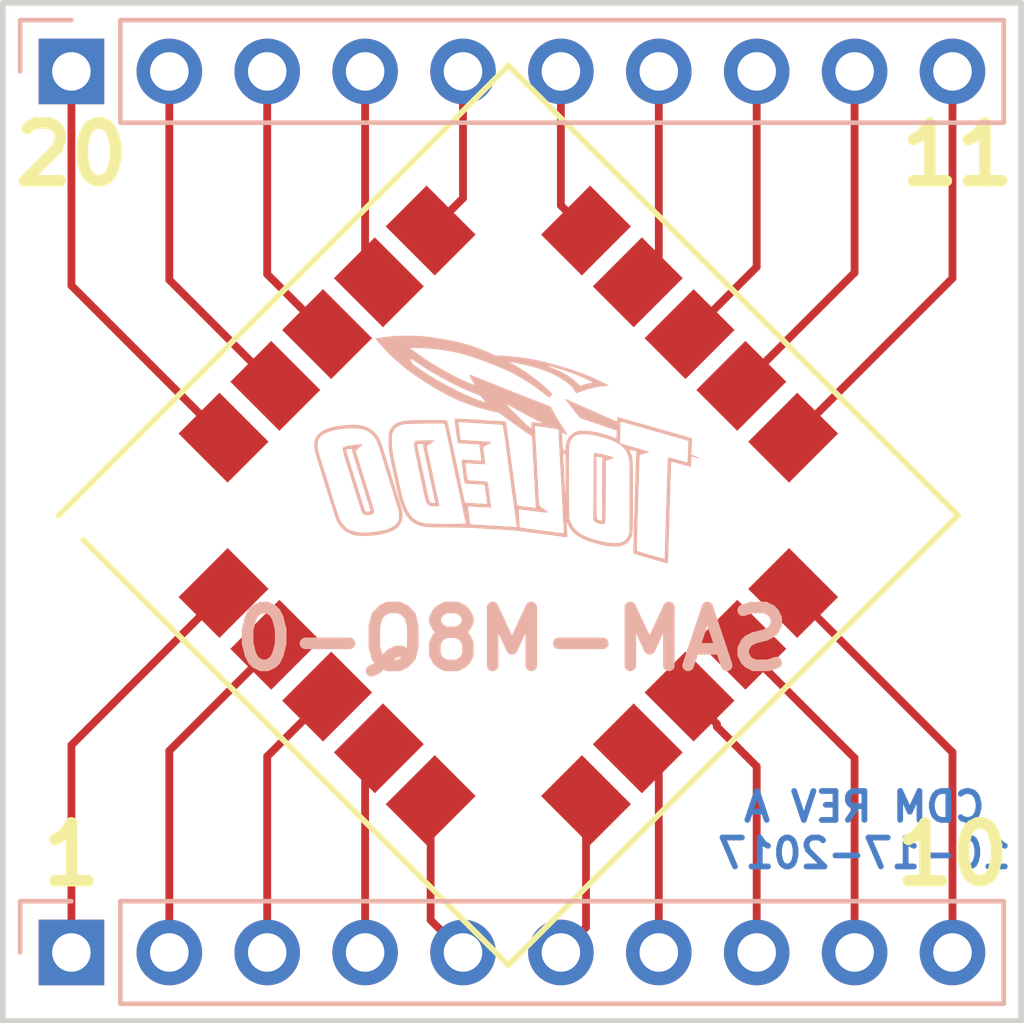
<source format=kicad_pcb>
(kicad_pcb (version 4) (host pcbnew 4.0.5+dfsg1-4)

  (general
    (links 0)
    (no_connects 0)
    (area 176.073999 83.236999 202.640001 109.803001)
    (thickness 1.6)
    (drawings 10)
    (tracks 44)
    (zones 0)
    (modules 4)
    (nets 1)
  )

  (page A4)
  (layers
    (0 F.Cu signal)
    (31 B.Cu signal)
    (32 B.Adhes user)
    (33 F.Adhes user)
    (34 B.Paste user)
    (35 F.Paste user)
    (36 B.SilkS user)
    (37 F.SilkS user)
    (38 B.Mask user)
    (39 F.Mask user)
    (40 Dwgs.User user)
    (41 Cmts.User user)
    (42 Eco1.User user)
    (43 Eco2.User user)
    (44 Edge.Cuts user)
    (45 Margin user)
    (46 B.CrtYd user)
    (47 F.CrtYd user)
    (48 B.Fab user hide)
    (49 F.Fab user hide)
  )

  (setup
    (last_trace_width 0.2032)
    (trace_clearance 0.2032)
    (zone_clearance 0.508)
    (zone_45_only no)
    (trace_min 0.2)
    (segment_width 0.2)
    (edge_width 0.15)
    (via_size 0.6)
    (via_drill 0.4)
    (via_min_size 0.4)
    (via_min_drill 0.3)
    (uvia_size 0.3)
    (uvia_drill 0.1)
    (uvias_allowed no)
    (uvia_min_size 0)
    (uvia_min_drill 0)
    (pcb_text_width 0.3)
    (pcb_text_size 1.5 1.5)
    (mod_edge_width 0.15)
    (mod_text_size 1 1)
    (mod_text_width 0.15)
    (pad_size 1.524 1.524)
    (pad_drill 0.762)
    (pad_to_mask_clearance 0.2)
    (aux_axis_origin 0 0)
    (visible_elements FFFFFF7F)
    (pcbplotparams
      (layerselection 0x00030_80000001)
      (usegerberextensions false)
      (excludeedgelayer true)
      (linewidth 0.100000)
      (plotframeref false)
      (viasonmask false)
      (mode 1)
      (useauxorigin false)
      (hpglpennumber 1)
      (hpglpenspeed 20)
      (hpglpendiameter 15)
      (hpglpenoverlay 2)
      (psnegative false)
      (psa4output false)
      (plotreference true)
      (plotvalue true)
      (plotinvisibletext false)
      (padsonsilk false)
      (subtractmaskfromsilk false)
      (outputformat 1)
      (mirror false)
      (drillshape 1)
      (scaleselection 1)
      (outputdirectory ""))
  )

  (net 0 "")

  (net_class Default "This is the default net class."
    (clearance 0.2032)
    (trace_width 0.2032)
    (via_dia 0.6)
    (via_drill 0.4)
    (uvia_dia 0.3)
    (uvia_drill 0.1)
  )

  (module Pin_Headers:Pin_Header_Straight_1x10_Pitch2.54mm (layer B.Cu) (tedit 59E6AF5C) (tstamp 59E6B7B2)
    (at 177.927 107.95 270)
    (descr "Through hole straight pin header, 1x10, 2.54mm pitch, single row")
    (tags "Through hole pin header THT 1x10 2.54mm single row")
    (fp_text reference REF** (at 0 2.33 270) (layer B.SilkS) hide
      (effects (font (size 1 1) (thickness 0.15)) (justify mirror))
    )
    (fp_text value Pin_Header_Straight_1x10_Pitch2.54mm (at 0 -25.19 270) (layer B.Fab)
      (effects (font (size 1 1) (thickness 0.15)) (justify mirror))
    )
    (fp_line (start -0.635 1.27) (end 1.27 1.27) (layer B.Fab) (width 0.1))
    (fp_line (start 1.27 1.27) (end 1.27 -24.13) (layer B.Fab) (width 0.1))
    (fp_line (start 1.27 -24.13) (end -1.27 -24.13) (layer B.Fab) (width 0.1))
    (fp_line (start -1.27 -24.13) (end -1.27 0.635) (layer B.Fab) (width 0.1))
    (fp_line (start -1.27 0.635) (end -0.635 1.27) (layer B.Fab) (width 0.1))
    (fp_line (start -1.33 -24.19) (end 1.33 -24.19) (layer B.SilkS) (width 0.12))
    (fp_line (start -1.33 -1.27) (end -1.33 -24.19) (layer B.SilkS) (width 0.12))
    (fp_line (start 1.33 -1.27) (end 1.33 -24.19) (layer B.SilkS) (width 0.12))
    (fp_line (start -1.33 -1.27) (end 1.33 -1.27) (layer B.SilkS) (width 0.12))
    (fp_line (start -1.33 0) (end -1.33 1.33) (layer B.SilkS) (width 0.12))
    (fp_line (start -1.33 1.33) (end 0 1.33) (layer B.SilkS) (width 0.12))
    (fp_line (start -1.8 1.8) (end -1.8 -24.65) (layer B.CrtYd) (width 0.05))
    (fp_line (start -1.8 -24.65) (end 1.8 -24.65) (layer B.CrtYd) (width 0.05))
    (fp_line (start 1.8 -24.65) (end 1.8 1.8) (layer B.CrtYd) (width 0.05))
    (fp_line (start 1.8 1.8) (end -1.8 1.8) (layer B.CrtYd) (width 0.05))
    (fp_text user %R (at 0 -11.43 540) (layer B.Fab)
      (effects (font (size 1 1) (thickness 0.15)) (justify mirror))
    )
    (pad 1 thru_hole rect (at 0 0 270) (size 1.7 1.7) (drill 1) (layers *.Cu *.Mask))
    (pad 2 thru_hole oval (at 0 -2.54 270) (size 1.7 1.7) (drill 1) (layers *.Cu *.Mask))
    (pad 3 thru_hole oval (at 0 -5.08 270) (size 1.7 1.7) (drill 1) (layers *.Cu *.Mask))
    (pad 4 thru_hole oval (at 0 -7.62 270) (size 1.7 1.7) (drill 1) (layers *.Cu *.Mask))
    (pad 5 thru_hole oval (at 0 -10.16 270) (size 1.7 1.7) (drill 1) (layers *.Cu *.Mask))
    (pad 6 thru_hole oval (at 0 -12.7 270) (size 1.7 1.7) (drill 1) (layers *.Cu *.Mask))
    (pad 7 thru_hole oval (at 0 -15.24 270) (size 1.7 1.7) (drill 1) (layers *.Cu *.Mask))
    (pad 8 thru_hole oval (at 0 -17.78 270) (size 1.7 1.7) (drill 1) (layers *.Cu *.Mask))
    (pad 9 thru_hole oval (at 0 -20.32 270) (size 1.7 1.7) (drill 1) (layers *.Cu *.Mask))
    (pad 10 thru_hole oval (at 0 -22.86 270) (size 1.7 1.7) (drill 1) (layers *.Cu *.Mask))
    (model ${KISYS3DMOD}/Pin_Headers.3dshapes/Pin_Header_Straight_1x10_Pitch2.54mm.wrl
      (at (xyz 0 0 0))
      (scale (xyz 1 1 1))
      (rotate (xyz 0 0 0))
    )
  )

  (module Pin_Headers:Pin_Header_Straight_1x10_Pitch2.54mm (layer B.Cu) (tedit 59E6AF59) (tstamp 59E6B7B6)
    (at 177.927 85.09 270)
    (descr "Through hole straight pin header, 1x10, 2.54mm pitch, single row")
    (tags "Through hole pin header THT 1x10 2.54mm single row")
    (fp_text reference REF** (at 0 2.33 270) (layer B.SilkS) hide
      (effects (font (size 1 1) (thickness 0.15)) (justify mirror))
    )
    (fp_text value Pin_Header_Straight_1x10_Pitch2.54mm (at 0 -25.19 270) (layer B.Fab)
      (effects (font (size 1 1) (thickness 0.15)) (justify mirror))
    )
    (fp_line (start -0.635 1.27) (end 1.27 1.27) (layer B.Fab) (width 0.1))
    (fp_line (start 1.27 1.27) (end 1.27 -24.13) (layer B.Fab) (width 0.1))
    (fp_line (start 1.27 -24.13) (end -1.27 -24.13) (layer B.Fab) (width 0.1))
    (fp_line (start -1.27 -24.13) (end -1.27 0.635) (layer B.Fab) (width 0.1))
    (fp_line (start -1.27 0.635) (end -0.635 1.27) (layer B.Fab) (width 0.1))
    (fp_line (start -1.33 -24.19) (end 1.33 -24.19) (layer B.SilkS) (width 0.12))
    (fp_line (start -1.33 -1.27) (end -1.33 -24.19) (layer B.SilkS) (width 0.12))
    (fp_line (start 1.33 -1.27) (end 1.33 -24.19) (layer B.SilkS) (width 0.12))
    (fp_line (start -1.33 -1.27) (end 1.33 -1.27) (layer B.SilkS) (width 0.12))
    (fp_line (start -1.33 0) (end -1.33 1.33) (layer B.SilkS) (width 0.12))
    (fp_line (start -1.33 1.33) (end 0 1.33) (layer B.SilkS) (width 0.12))
    (fp_line (start -1.8 1.8) (end -1.8 -24.65) (layer B.CrtYd) (width 0.05))
    (fp_line (start -1.8 -24.65) (end 1.8 -24.65) (layer B.CrtYd) (width 0.05))
    (fp_line (start 1.8 -24.65) (end 1.8 1.8) (layer B.CrtYd) (width 0.05))
    (fp_line (start 1.8 1.8) (end -1.8 1.8) (layer B.CrtYd) (width 0.05))
    (fp_text user %R (at 0 -11.43 540) (layer B.Fab)
      (effects (font (size 1 1) (thickness 0.15)) (justify mirror))
    )
    (pad 1 thru_hole rect (at 0 0 270) (size 1.7 1.7) (drill 1) (layers *.Cu *.Mask))
    (pad 2 thru_hole oval (at 0 -2.54 270) (size 1.7 1.7) (drill 1) (layers *.Cu *.Mask))
    (pad 3 thru_hole oval (at 0 -5.08 270) (size 1.7 1.7) (drill 1) (layers *.Cu *.Mask))
    (pad 4 thru_hole oval (at 0 -7.62 270) (size 1.7 1.7) (drill 1) (layers *.Cu *.Mask))
    (pad 5 thru_hole oval (at 0 -10.16 270) (size 1.7 1.7) (drill 1) (layers *.Cu *.Mask))
    (pad 6 thru_hole oval (at 0 -12.7 270) (size 1.7 1.7) (drill 1) (layers *.Cu *.Mask))
    (pad 7 thru_hole oval (at 0 -15.24 270) (size 1.7 1.7) (drill 1) (layers *.Cu *.Mask))
    (pad 8 thru_hole oval (at 0 -17.78 270) (size 1.7 1.7) (drill 1) (layers *.Cu *.Mask))
    (pad 9 thru_hole oval (at 0 -20.32 270) (size 1.7 1.7) (drill 1) (layers *.Cu *.Mask))
    (pad 10 thru_hole oval (at 0 -22.86 270) (size 1.7 1.7) (drill 1) (layers *.Cu *.Mask))
    (model ${KISYS3DMOD}/Pin_Headers.3dshapes/Pin_Header_Straight_1x10_Pitch2.54mm.wrl
      (at (xyz 0 0 0))
      (scale (xyz 1 1 1))
      (rotate (xyz 0 0 0))
    )
  )

  (module MOD:SAM-M8Q-0 (layer F.Cu) (tedit 59E6B2C5) (tstamp 59E6B9AC)
    (at 189.333734 96.607456 45)
    (fp_text reference REF** (at 0 0.5 45) (layer F.SilkS) hide
      (effects (font (size 1 1) (thickness 0.15)))
    )
    (fp_text value SAM-M8Q-0 (at 0 -0.5 45) (layer F.Fab)
      (effects (font (size 1 1) (thickness 0.15)))
    )
    (fp_line (start -8.3 -8.3) (end 8.2 -8.3) (layer F.SilkS) (width 0.15))
    (fp_line (start -8.3 8.2) (end -8.3 -7.4) (layer F.SilkS) (width 0.15))
    (fp_line (start 8.2 8.2) (end -8.3 8.2) (layer F.SilkS) (width 0.15))
    (fp_line (start 8.2 -8.3) (end 8.2 8.2) (layer F.SilkS) (width 0.15))
    (fp_line (start -7.8 -7.8) (end 7.7 -7.8) (layer Dwgs.User) (width 0.15))
    (fp_line (start -7.8 7.7) (end -7.8 -7.8) (layer Dwgs.User) (width 0.15))
    (fp_line (start 7.7 7.7) (end -7.8 7.7) (layer Dwgs.User) (width 0.15))
    (fp_line (start 7.7 -7.8) (end 7.7 7.7) (layer Dwgs.User) (width 0.15))
    (pad 1 smd rect (at -6.7 -3.85 135) (size 1.5 1.8) (layers F.Cu F.Paste F.Mask))
    (pad 2 smd rect (at -6.7 -1.95 135) (size 1.5 1.8) (layers F.Cu F.Paste F.Mask))
    (pad 4 smd rect (at -6.7 1.85 135) (size 1.5 1.8) (layers F.Cu F.Paste F.Mask))
    (pad 3 smd rect (at -6.7 -0.05 135) (size 1.5 1.8) (layers F.Cu F.Paste F.Mask))
    (pad 5 smd rect (at -6.7 3.75 135) (size 1.5 1.8) (layers F.Cu F.Paste F.Mask))
    (pad 6 smd rect (at -3.85 6.6 225) (size 1.5 1.8) (layers F.Cu F.Paste F.Mask))
    (pad 10 smd rect (at 3.75 6.6 225) (size 1.5 1.8) (layers F.Cu F.Paste F.Mask))
    (pad 8 smd rect (at -0.05 6.6 225) (size 1.5 1.8) (layers F.Cu F.Paste F.Mask))
    (pad 7 smd rect (at -1.95 6.6 225) (size 1.5 1.8) (layers F.Cu F.Paste F.Mask))
    (pad 9 smd rect (at 1.85 6.6 225) (size 1.5 1.8) (layers F.Cu F.Paste F.Mask))
    (pad 11 smd rect (at 6.6 3.75 315) (size 1.5 1.8) (layers F.Cu F.Paste F.Mask))
    (pad 13 smd rect (at 6.6 -0.05 315) (size 1.5 1.8) (layers F.Cu F.Paste F.Mask))
    (pad 14 smd rect (at 6.6 -1.95 315) (size 1.5 1.8) (layers F.Cu F.Paste F.Mask))
    (pad 12 smd rect (at 6.6 1.85 315) (size 1.5 1.8) (layers F.Cu F.Paste F.Mask))
    (pad 15 smd rect (at 6.6 -3.85 315) (size 1.5 1.8) (layers F.Cu F.Paste F.Mask))
    (pad 16 smd rect (at 3.75 -6.7 45) (size 1.5 1.8) (layers F.Cu F.Paste F.Mask))
    (pad 19 smd rect (at -1.95 -6.7 45) (size 1.5 1.8) (layers F.Cu F.Paste F.Mask))
    (pad 18 smd rect (at -0.05 -6.7 45) (size 1.5 1.8) (layers F.Cu F.Paste F.Mask))
    (pad 17 smd rect (at 1.85 -6.7 45) (size 1.5 1.8) (layers F.Cu F.Paste F.Mask))
    (pad 20 smd rect (at -3.85 -6.7 45) (size 1.5 1.8) (layers F.Cu F.Paste F.Mask))
  )

  (module "MOD:UT LOGO2" (layer B.Cu) (tedit 0) (tstamp 59E6BC23)
    (at 189.23 93.345 180)
    (fp_text reference G*** (at 0 0 180) (layer B.SilkS) hide
      (effects (font (thickness 0.3)) (justify mirror))
    )
    (fp_text value LOGO (at 0.75 0 180) (layer B.SilkS) hide
      (effects (font (thickness 0.3)) (justify mirror))
    )
    (fp_poly (pts (xy 2.670834 1.392116) (xy 2.755933 1.391098) (xy 2.831419 1.389418) (xy 2.895318 1.38713)
      (xy 2.945652 1.384286) (xy 2.9718 1.381988) (xy 3.035547 1.374758) (xy 3.100682 1.366904)
      (xy 3.164953 1.358742) (xy 3.226109 1.350588) (xy 3.281899 1.34276) (xy 3.330074 1.335574)
      (xy 3.368381 1.329347) (xy 3.394569 1.324395) (xy 3.406389 1.321035) (xy 3.406671 1.320821)
      (xy 3.403274 1.312856) (xy 3.389641 1.294302) (xy 3.367249 1.266799) (xy 3.337575 1.231986)
      (xy 3.302097 1.191502) (xy 3.262294 1.146986) (xy 3.219641 1.100079) (xy 3.175618 1.052417)
      (xy 3.131702 1.005642) (xy 3.08937 0.961392) (xy 3.050101 0.921306) (xy 3.017266 0.888855)
      (xy 2.909253 0.787072) (xy 2.800912 0.690726) (xy 2.690016 0.598125) (xy 2.574336 0.507574)
      (xy 2.451645 0.41738) (xy 2.319715 0.325849) (xy 2.176319 0.231287) (xy 2.033392 0.140804)
      (xy 1.863498 0.037328) (xy 1.703 -0.055385) (xy 1.549244 -0.138467) (xy 1.399579 -0.213056)
      (xy 1.251353 -0.280284) (xy 1.101912 -0.341288) (xy 0.948606 -0.397203) (xy 0.788782 -0.449162)
      (xy 0.619786 -0.498302) (xy 0.438968 -0.545756) (xy 0.414908 -0.551748) (xy 0.357513 -0.566108)
      (xy 0.30512 -0.57949) (xy 0.260119 -0.591261) (xy 0.224899 -0.600791) (xy 0.201849 -0.607447)
      (xy 0.193806 -0.610261) (xy 0.183951 -0.616914) (xy 0.16227 -0.632505) (xy 0.130462 -0.655784)
      (xy 0.090224 -0.685496) (xy 0.043254 -0.720391) (xy -0.008751 -0.759217) (xy -0.044987 -0.786371)
      (xy -0.110704 -0.835156) (xy -0.182775 -0.887733) (xy -0.257296 -0.941318) (xy -0.330364 -0.993124)
      (xy -0.398075 -1.040365) (xy -0.456527 -1.080255) (xy -0.459999 -1.082585) (xy -0.649846 -1.209817)
      (xy -0.65508 -1.305525) (xy -0.657278 -1.346104) (xy -0.660094 -1.398617) (xy -0.663261 -1.458086)
      (xy -0.666514 -1.519536) (xy -0.668978 -1.566333) (xy -0.672368 -1.629186) (xy -0.676189 -1.697194)
      (xy -0.680093 -1.76435) (xy -0.683735 -1.82465) (xy -0.685868 -1.858433) (xy -0.688886 -1.90775)
      (xy -0.692351 -1.968793) (xy -0.695982 -2.036366) (xy -0.699502 -2.105278) (xy -0.702631 -2.170335)
      (xy -0.702694 -2.171699) (xy -0.706643 -2.253812) (xy -0.711491 -2.349088) (xy -0.717034 -2.453794)
      (xy -0.723065 -2.564197) (xy -0.72938 -2.676563) (xy -0.735772 -2.787159) (xy -0.742037 -2.892252)
      (xy -0.745071 -2.941775) (xy -0.74761 -2.986159) (xy -0.749393 -3.024165) (xy -0.750308 -3.052775)
      (xy -0.750244 -3.068974) (xy -0.749827 -3.071462) (xy -0.740827 -3.071496) (xy -0.717886 -3.069632)
      (xy -0.683856 -3.066153) (xy -0.641586 -3.061345) (xy -0.608325 -3.057305) (xy -0.552154 -3.050429)
      (xy -0.492797 -3.043359) (xy -0.43623 -3.036796) (xy -0.38843 -3.03144) (xy -0.375115 -3.030005)
      (xy -0.3362 -3.025457) (xy -0.303207 -3.020825) (xy -0.279972 -3.016697) (xy -0.270748 -3.014018)
      (xy -0.26686 -3.003884) (xy -0.261124 -2.977481) (xy -0.25362 -2.935362) (xy -0.244432 -2.878081)
      (xy -0.233641 -2.80619) (xy -0.22133 -2.720243) (xy -0.207581 -2.620794) (xy -0.192476 -2.508396)
      (xy -0.176097 -2.383602) (xy -0.168948 -2.328333) (xy -0.162301 -2.277168) (xy -0.153758 -2.212111)
      (xy -0.143704 -2.13605) (xy -0.132523 -2.051874) (xy -0.120598 -1.96247) (xy -0.108315 -1.870725)
      (xy -0.096057 -1.779528) (xy -0.088999 -1.7272) (xy -0.071662 -1.598576) (xy -0.05526 -1.476355)
      (xy -0.039954 -1.361753) (xy -0.025903 -1.25599) (xy -0.013269 -1.160282) (xy -0.002211 -1.075848)
      (xy 0.007109 -1.003906) (xy 0.014532 -0.945673) (xy 0.019896 -0.902368) (xy 0.021812 -0.886211)
      (xy 0.026377 -0.859176) (xy 0.032335 -0.839897) (xy 0.037042 -0.833514) (xy 0.047789 -0.83211)
      (xy 0.073067 -0.829901) (xy 0.110506 -0.827061) (xy 0.157731 -0.823762) (xy 0.212371 -0.820178)
      (xy 0.262466 -0.817061) (xy 0.331841 -0.812858) (xy 0.41046 -0.808112) (xy 0.496156 -0.802952)
      (xy 0.586764 -0.797509) (xy 0.680118 -0.791911) (xy 0.774051 -0.786288) (xy 0.866398 -0.78077)
      (xy 0.954992 -0.775485) (xy 1.037667 -0.770564) (xy 1.112256 -0.766135) (xy 1.176595 -0.762329)
      (xy 1.228516 -0.759274) (xy 1.265854 -0.7571) (xy 1.267883 -0.756983) (xy 1.314654 -0.755037)
      (xy 1.346063 -0.755432) (xy 1.361528 -0.758148) (xy 1.363133 -0.760067) (xy 1.362003 -0.771298)
      (xy 1.358824 -0.796662) (xy 1.353913 -0.8339) (xy 1.347587 -0.880757) (xy 1.340162 -0.934975)
      (xy 1.331956 -0.994297) (xy 1.323285 -1.056466) (xy 1.314466 -1.119225) (xy 1.305816 -1.180317)
      (xy 1.297651 -1.237485) (xy 1.290289 -1.288473) (xy 1.284046 -1.331022) (xy 1.279239 -1.362876)
      (xy 1.276185 -1.381779) (xy 1.275262 -1.386093) (xy 1.266461 -1.387214) (xy 1.242708 -1.389145)
      (xy 1.205959 -1.391756) (xy 1.158169 -1.394916) (xy 1.101293 -1.398496) (xy 1.037287 -1.402365)
      (xy 0.982003 -1.405596) (xy 0.913597 -1.409651) (xy 0.850676 -1.413602) (xy 0.795211 -1.417309)
      (xy 0.74917 -1.42063) (xy 0.714523 -1.423426) (xy 0.693241 -1.425555) (xy 0.687161 -1.426682)
      (xy 0.689495 -1.434285) (xy 0.697995 -1.442151) (xy 0.703281 -1.44686) (xy 0.706679 -1.453554)
      (xy 0.708091 -1.464674) (xy 0.707422 -1.482664) (xy 0.704575 -1.509968) (xy 0.699454 -1.549027)
      (xy 0.691962 -1.602287) (xy 0.691569 -1.605046) (xy 0.684132 -1.657562) (xy 0.67711 -1.707695)
      (xy 0.671032 -1.751639) (xy 0.666423 -1.785586) (xy 0.664197 -1.802613) (xy 0.658445 -1.848394)
      (xy 0.784305 -1.842033) (xy 0.843583 -1.839047) (xy 0.911326 -1.835647) (xy 0.979087 -1.832258)
      (xy 1.037166 -1.829364) (xy 1.081912 -1.827476) (xy 1.120549 -1.826478) (xy 1.149977 -1.826401)
      (xy 1.167092 -1.827276) (xy 1.170026 -1.828044) (xy 1.170902 -1.837774) (xy 1.169643 -1.861932)
      (xy 1.166541 -1.898189) (xy 1.161892 -1.944216) (xy 1.155989 -1.997683) (xy 1.149125 -2.056261)
      (xy 1.141596 -2.117621) (xy 1.133694 -2.179432) (xy 1.125714 -2.239365) (xy 1.117949 -2.295092)
      (xy 1.110695 -2.344282) (xy 1.104243 -2.384606) (xy 1.098889 -2.413735) (xy 1.094927 -2.429339)
      (xy 1.093924 -2.431173) (xy 1.084076 -2.433204) (xy 1.059829 -2.435803) (xy 1.0237 -2.438771)
      (xy 0.978206 -2.441911) (xy 0.925864 -2.445025) (xy 0.901699 -2.446315) (xy 0.842115 -2.449462)
      (xy 0.783549 -2.452689) (xy 0.729765 -2.455777) (xy 0.684525 -2.458511) (xy 0.651595 -2.460672)
      (xy 0.646301 -2.461055) (xy 0.577169 -2.466187) (xy 0.572367 -2.49251) (xy 0.568165 -2.518058)
      (xy 0.562747 -2.554763) (xy 0.556437 -2.600056) (xy 0.549556 -2.651371) (xy 0.542425 -2.70614)
      (xy 0.535367 -2.761796) (xy 0.528703 -2.815771) (xy 0.522755 -2.865499) (xy 0.517845 -2.908411)
      (xy 0.514296 -2.941941) (xy 0.512428 -2.96352) (xy 0.512431 -2.970587) (xy 0.521494 -2.971054)
      (xy 0.545077 -2.970523) (xy 0.580803 -2.969134) (xy 0.626297 -2.967025) (xy 0.679182 -2.964335)
      (xy 0.737084 -2.961202) (xy 0.797626 -2.957764) (xy 0.858433 -2.95416) (xy 0.917128 -2.950528)
      (xy 0.971336 -2.947008) (xy 1.018681 -2.943737) (xy 1.056788 -2.940854) (xy 1.08328 -2.938497)
      (xy 1.095781 -2.936806) (xy 1.096413 -2.936542) (xy 1.098991 -2.927718) (xy 1.10454 -2.904611)
      (xy 1.112545 -2.869511) (xy 1.12249 -2.824704) (xy 1.133858 -2.77248) (xy 1.142902 -2.730319)
      (xy 1.156736 -2.665442) (xy 1.173075 -2.588834) (xy 1.190887 -2.505323) (xy 1.209142 -2.419739)
      (xy 1.226812 -2.33691) (xy 1.240384 -2.273299) (xy 1.257457 -2.193265) (xy 1.276596 -2.103524)
      (xy 1.296613 -2.009645) (xy 1.316321 -1.9172) (xy 1.334532 -1.831758) (xy 1.345986 -1.778)
      (xy 1.362401 -1.701029) (xy 1.380651 -1.615582) (xy 1.399575 -1.527086) (xy 1.418012 -1.440968)
      (xy 1.434801 -1.362655) (xy 1.443788 -1.3208) (xy 1.458524 -1.252203) (xy 1.474122 -1.179568)
      (xy 1.489592 -1.107497) (xy 1.503949 -1.040587) (xy 1.516205 -0.983439) (xy 1.521021 -0.960966)
      (xy 1.531581 -0.913236) (xy 1.541564 -0.870946) (xy 1.550229 -0.837031) (xy 1.556833 -0.814424)
      (xy 1.560134 -0.80645) (xy 1.570128 -0.80423) (xy 1.595252 -0.802253) (xy 1.633706 -0.800521)
      (xy 1.683686 -0.799038) (xy 1.743392 -0.797805) (xy 1.811022 -0.796827) (xy 1.884775 -0.796107)
      (xy 1.96285 -0.795646) (xy 2.043444 -0.795449) (xy 2.124756 -0.795518) (xy 2.204986 -0.795856)
      (xy 2.28233 -0.796466) (xy 2.354989 -0.797352) (xy 2.42116 -0.798516) (xy 2.479042 -0.799961)
      (xy 2.526833 -0.80169) (xy 2.562732 -0.803706) (xy 2.575086 -0.804764) (xy 2.674715 -0.817928)
      (xy 2.759548 -0.836062) (xy 2.831177 -0.859878) (xy 2.891195 -0.890084) (xy 2.941195 -0.927393)
      (xy 2.982769 -0.972513) (xy 2.997614 -0.993234) (xy 3.021934 -1.033104) (xy 3.040305 -1.072433)
      (xy 3.053583 -1.114703) (xy 3.062623 -1.163397) (xy 3.068282 -1.221999) (xy 3.071402 -1.293454)
      (xy 3.072356 -1.331132) (xy 3.072943 -1.36589) (xy 3.072974 -1.398882) (xy 3.072259 -1.431263)
      (xy 3.070609 -1.464188) (xy 3.067834 -1.498811) (xy 3.063745 -1.536287) (xy 3.058153 -1.57777)
      (xy 3.050868 -1.624414) (xy 3.041701 -1.677375) (xy 3.030462 -1.737807) (xy 3.016963 -1.806864)
      (xy 3.001012 -1.885702) (xy 2.982422 -1.975473) (xy 2.961003 -2.077334) (xy 2.936566 -2.192439)
      (xy 2.90892 -2.321942) (xy 2.882187 -2.446866) (xy 2.85515 -2.569899) (xy 2.829758 -2.678188)
      (xy 2.805396 -2.773773) (xy 2.781448 -2.85869) (xy 2.757298 -2.934979) (xy 2.732331 -3.004678)
      (xy 2.705932 -3.069826) (xy 2.677485 -3.13246) (xy 2.671251 -3.145366) (xy 2.617691 -3.243435)
      (xy 2.559772 -3.326071) (xy 2.496232 -3.394489) (xy 2.425814 -3.449903) (xy 2.347258 -3.493529)
      (xy 2.284387 -3.518514) (xy 2.258542 -3.527203) (xy 2.2345 -3.53477) (xy 2.210908 -3.541311)
      (xy 2.186415 -3.546919) (xy 2.159667 -3.551689) (xy 2.129311 -3.555713) (xy 2.093995 -3.559087)
      (xy 2.052365 -3.561904) (xy 2.003071 -3.564258) (xy 1.944757 -3.566243) (xy 1.876073 -3.567953)
      (xy 1.795665 -3.569482) (xy 1.70218 -3.570923) (xy 1.594265 -3.572372) (xy 1.490133 -3.573679)
      (xy 1.390063 -3.574974) (xy 1.29418 -3.576323) (xy 1.203953 -3.577699) (xy 1.120848 -3.579075)
      (xy 1.046331 -3.580423) (xy 0.981871 -3.581715) (xy 0.928935 -3.582924) (xy 0.888989 -3.584023)
      (xy 0.863501 -3.584985) (xy 0.855133 -3.585551) (xy 0.83991 -3.586849) (xy 0.809392 -3.589021)
      (xy 0.765187 -3.591965) (xy 0.708904 -3.59558) (xy 0.642153 -3.599766) (xy 0.566543 -3.604421)
      (xy 0.483684 -3.609444) (xy 0.395184 -3.614735) (xy 0.309033 -3.619818) (xy 0.175052 -3.627925)
      (xy 0.052295 -3.635866) (xy -0.058288 -3.64357) (xy -0.155747 -3.650964) (xy -0.239133 -3.657976)
      (xy -0.307495 -3.664534) (xy -0.359834 -3.67056) (xy -0.413708 -3.677601) (xy -0.483676 -3.686784)
      (xy -0.569825 -3.698121) (xy -0.672242 -3.711624) (xy -0.791015 -3.727303) (xy -0.926229 -3.74517)
      (xy -1.077973 -3.765237) (xy -1.246333 -3.787515) (xy -1.421217 -3.810667) (xy -1.466211 -3.81631)
      (xy -1.505055 -3.820584) (xy -1.534767 -3.823209) (xy -1.552362 -3.823904) (xy -1.555808 -3.823347)
      (xy -1.556695 -3.813955) (xy -1.556714 -3.790077) (xy -1.555928 -3.754136) (xy -1.554542 -3.712809)
      (xy -1.478848 -3.712809) (xy -1.47744 -3.727565) (xy -1.471995 -3.733202) (xy -1.466952 -3.733799)
      (xy -1.455569 -3.73272) (xy -1.429312 -3.729642) (xy -1.39009 -3.724807) (xy -1.339815 -3.718458)
      (xy -1.280396 -3.710835) (xy -1.213743 -3.702181) (xy -1.141767 -3.692738) (xy -1.126298 -3.690696)
      (xy -0.983778 -3.671835) (xy -0.857359 -3.655043) (xy -0.746345 -3.640223) (xy -0.650042 -3.62728)
      (xy -0.567756 -3.616117) (xy -0.498793 -3.606639) (xy -0.442458 -3.598748) (xy -0.398058 -3.59235)
      (xy -0.364897 -3.587348) (xy -0.342281 -3.583646) (xy -0.329516 -3.581147) (xy -0.325945 -3.579966)
      (xy -0.324491 -3.570906) (xy -0.323437 -3.559373) (xy -0.254 -3.559373) (xy -0.252092 -3.566991)
      (xy -0.243971 -3.570699) (xy -0.226041 -3.571103) (xy -0.19685 -3.568995) (xy -0.178033 -3.567601)
      (xy -0.144005 -3.565339) (xy -0.096464 -3.562311) (xy -0.037106 -3.558623) (xy 0.032375 -3.554377)
      (xy 0.110281 -3.549678) (xy 0.194918 -3.544628) (xy 0.284588 -3.539333) (xy 0.364066 -3.534682)
      (xy 0.456327 -3.529271) (xy 0.544712 -3.524016) (xy 0.627568 -3.519021) (xy 0.703238 -3.514389)
      (xy 0.77007 -3.510222) (xy 0.826409 -3.506625) (xy 0.8706 -3.503699) (xy 0.90099 -3.501548)
      (xy 0.914967 -3.500382) (xy 0.962101 -3.49543) (xy 0.964565 -3.475518) (xy 1.066799 -3.475518)
      (xy 1.074975 -3.478498) (xy 1.098341 -3.481127) (xy 1.13516 -3.483406) (xy 1.183692 -3.485337)
      (xy 1.242201 -3.486918) (xy 1.308946 -3.488152) (xy 1.382189 -3.489038) (xy 1.460192 -3.489576)
      (xy 1.541216 -3.489768) (xy 1.623523 -3.489614) (xy 1.705374 -3.489114) (xy 1.785031 -3.48827)
      (xy 1.860754 -3.48708) (xy 1.930805 -3.485546) (xy 1.993447 -3.483669) (xy 2.046939 -3.481449)
      (xy 2.089544 -3.478886) (xy 2.119523 -3.475981) (xy 2.124782 -3.475211) (xy 2.219846 -3.454964)
      (xy 2.30198 -3.426644) (xy 2.373716 -3.389073) (xy 2.43759 -3.341075) (xy 2.461262 -3.318933)
      (xy 2.501715 -3.274948) (xy 2.539243 -3.225482) (xy 2.574337 -3.169289) (xy 2.607485 -3.105121)
      (xy 2.639178 -3.031732) (xy 2.669905 -2.947874) (xy 2.700156 -2.852303) (xy 2.73042 -2.743769)
      (xy 2.761189 -2.621028) (xy 2.79295 -2.482831) (xy 2.797148 -2.463799) (xy 2.8283 -2.321687)
      (xy 2.855938 -2.194898) (xy 2.880277 -2.082238) (xy 2.901534 -1.982515) (xy 2.919926 -1.894535)
      (xy 2.935671 -1.817104) (xy 2.948984 -1.749029) (xy 2.960082 -1.689116) (xy 2.969182 -1.636172)
      (xy 2.976501 -1.589003) (xy 2.982255 -1.546416) (xy 2.986662 -1.507216) (xy 2.989937 -1.470211)
      (xy 2.992298 -1.434207) (xy 2.993962 -1.39801) (xy 2.994712 -1.375833) (xy 2.996191 -1.306563)
      (xy 2.995686 -1.250913) (xy 2.992772 -1.205643) (xy 2.987022 -1.16751) (xy 2.978011 -1.133276)
      (xy 2.965313 -1.099697) (xy 2.955612 -1.078232) (xy 2.919504 -1.019555) (xy 2.87202 -0.973096)
      (xy 2.815166 -0.939125) (xy 2.791766 -0.928572) (xy 2.769269 -0.919551) (xy 2.746127 -0.911912)
      (xy 2.720788 -0.905507) (xy 2.691702 -0.900188) (xy 2.657318 -0.895805) (xy 2.616087 -0.892211)
      (xy 2.566457 -0.889257) (xy 2.506879 -0.886794) (xy 2.435802 -0.884673) (xy 2.351676 -0.882746)
      (xy 2.25295 -0.880864) (xy 2.1971 -0.879885) (xy 2.109743 -0.8785) (xy 2.025446 -0.877394)
      (xy 1.946128 -0.876576) (xy 1.873705 -0.876055) (xy 1.810096 -0.875841) (xy 1.757218 -0.875943)
      (xy 1.71699 -0.876371) (xy 1.691329 -0.877135) (xy 1.687664 -0.87736) (xy 1.653117 -0.880342)
      (xy 1.631915 -0.883833) (xy 1.620481 -0.88896) (xy 1.615236 -0.896851) (xy 1.614188 -0.900528)
      (xy 1.611158 -0.914167) (xy 1.60525 -0.941514) (xy 1.597076 -0.979709) (xy 1.587247 -1.025891)
      (xy 1.576376 -1.077198) (xy 1.574995 -1.083733) (xy 1.56319 -1.139393) (xy 1.548784 -1.206986)
      (xy 1.532766 -1.281896) (xy 1.516124 -1.359507) (xy 1.499846 -1.435202) (xy 1.489825 -1.481666)
      (xy 1.474746 -1.551862) (xy 1.459081 -1.625436) (xy 1.443719 -1.698172) (xy 1.429547 -1.765854)
      (xy 1.417454 -1.824266) (xy 1.410489 -1.858433) (xy 1.397817 -1.919986) (xy 1.383154 -1.98927)
      (xy 1.368085 -2.058907) (xy 1.354194 -2.121516) (xy 1.350491 -2.137833) (xy 1.338011 -2.193572)
      (xy 1.323629 -2.259574) (xy 1.308706 -2.329485) (xy 1.294606 -2.396951) (xy 1.286994 -2.434166)
      (xy 1.273842 -2.498056) (xy 1.258333 -2.57166) (xy 1.241917 -2.648195) (xy 1.226045 -2.720875)
      (xy 1.216364 -2.764366) (xy 1.202804 -2.825469) (xy 1.188758 -2.89015) (xy 1.175335 -2.953197)
      (xy 1.163649 -3.009398) (xy 1.15589 -3.047999) (xy 1.146045 -3.096995) (xy 1.133717 -3.156479)
      (xy 1.120176 -3.220427) (xy 1.10669 -3.282817) (xy 1.100145 -3.312535) (xy 1.089451 -3.361395)
      (xy 1.080178 -3.405048) (xy 1.07292 -3.440603) (xy 1.068269 -3.465165) (xy 1.066799 -3.475518)
      (xy 0.964565 -3.475518) (xy 0.990793 -3.263579) (xy 0.998149 -3.20294) (xy 1.004531 -3.147994)
      (xy 1.009709 -3.10092) (xy 1.013453 -3.063897) (xy 1.015531 -3.039104) (xy 1.015715 -3.028721)
      (xy 1.015625 -3.028563) (xy 1.006499 -3.02826) (xy 0.982681 -3.028993) (xy 0.946372 -3.030652)
      (xy 0.899774 -3.033127) (xy 0.84509 -3.036306) (xy 0.784521 -3.04008) (xy 0.778933 -3.04044)
      (xy 0.713808 -3.044507) (xy 0.650609 -3.048195) (xy 0.592387 -3.051345) (xy 0.542195 -3.053798)
      (xy 0.503086 -3.055397) (xy 0.47981 -3.055974) (xy 0.413521 -3.056466) (xy 0.418273 -3.033183)
      (xy 0.420456 -3.019508) (xy 0.424519 -2.991141) (xy 0.430175 -2.950181) (xy 0.437141 -2.89873)
      (xy 0.445132 -2.83889) (xy 0.453862 -2.772762) (xy 0.461435 -2.714835) (xy 0.470629 -2.645515)
      (xy 0.479494 -2.581128) (xy 0.487727 -2.523704) (xy 0.495022 -2.475272) (xy 0.501076 -2.437864)
      (xy 0.505583 -2.413509) (xy 0.507964 -2.404599) (xy 0.510622 -2.400247) (xy 0.514589 -2.396612)
      (xy 0.521515 -2.393516) (xy 0.533053 -2.390777) (xy 0.550853 -2.388217) (xy 0.576565 -2.385655)
      (xy 0.61184 -2.382912) (xy 0.658329 -2.379808) (xy 0.717683 -2.376164) (xy 0.791553 -2.3718)
      (xy 0.829733 -2.369567) (xy 0.881991 -2.366228) (xy 0.929354 -2.362666) (xy 0.96887 -2.359146)
      (xy 0.997586 -2.355933) (xy 1.012553 -2.353291) (xy 1.013014 -2.353133) (xy 1.024766 -2.344934)
      (xy 1.03214 -2.328315) (xy 1.036859 -2.301356) (xy 1.039877 -2.278056) (xy 1.044678 -2.24177)
      (xy 1.050756 -2.196292) (xy 1.057605 -2.145413) (xy 1.063128 -2.104631) (xy 1.069806 -2.054146)
      (xy 1.075581 -2.007987) (xy 1.080075 -1.96938) (xy 1.08291 -1.941553) (xy 1.083733 -1.928749)
      (xy 1.083733 -1.904603) (xy 1.018116 -1.909172) (xy 0.929015 -1.915304) (xy 0.854949 -1.92023)
      (xy 0.79407 -1.924052) (xy 0.74453 -1.926875) (xy 0.704482 -1.928802) (xy 0.672077 -1.929937)
      (xy 0.645469 -1.930383) (xy 0.639763 -1.9304) (xy 0.575733 -1.9304) (xy 0.575865 -1.894416)
      (xy 0.577114 -1.872703) (xy 0.580438 -1.838561) (xy 0.585366 -1.796299) (xy 0.591421 -1.750228)
      (xy 0.592873 -1.7399) (xy 0.599672 -1.689635) (xy 0.605991 -1.638411) (xy 0.611158 -1.591964)
      (xy 0.614502 -1.55603) (xy 0.614681 -1.553633) (xy 0.619615 -1.4859) (xy 0.521674 -1.432498)
      (xy 0.484876 -1.412077) (xy 0.453661 -1.394082) (xy 0.430965 -1.380255) (xy 0.419726 -1.372337)
      (xy 0.419135 -1.371658) (xy 0.418742 -1.368734) (xy 0.422234 -1.366047) (xy 0.430909 -1.363478)
      (xy 0.446065 -1.36091) (xy 0.468998 -1.358224) (xy 0.501005 -1.355302) (xy 0.543384 -1.352027)
      (xy 0.597433 -1.34828) (xy 0.664447 -1.343944) (xy 0.745724 -1.338901) (xy 0.842563 -1.333032)
      (xy 0.846548 -1.332792) (xy 0.92274 -1.328177) (xy 0.993489 -1.323827) (xy 1.057052 -1.319856)
      (xy 1.111687 -1.316374) (xy 1.155651 -1.313493) (xy 1.187203 -1.311326) (xy 1.204599 -1.309984)
      (xy 1.207515 -1.309628) (xy 1.208947 -1.301185) (xy 1.212354 -1.278137) (xy 1.217429 -1.242661)
      (xy 1.223863 -1.196932) (xy 1.231348 -1.143125) (xy 1.239575 -1.083415) (xy 1.239992 -1.080375)
      (xy 1.249433 -1.010441) (xy 1.25646 -0.95552) (xy 1.26122 -0.913888) (xy 1.26386 -0.883821)
      (xy 1.264526 -0.863593) (xy 1.263366 -0.851479) (xy 1.260527 -0.845756) (xy 1.260025 -0.84538)
      (xy 1.246202 -0.842263) (xy 1.221236 -0.841333) (xy 1.193799 -0.842576) (xy 1.175464 -0.843876)
      (xy 1.141893 -0.846059) (xy 1.094756 -0.849022) (xy 1.035722 -0.852665) (xy 0.96646 -0.856885)
      (xy 0.888639 -0.861581) (xy 0.803929 -0.866651) (xy 0.713999 -0.871993) (xy 0.626533 -0.877152)
      (xy 0.534996 -0.882619) (xy 0.448504 -0.887952) (xy 0.368535 -0.89305) (xy 0.296564 -0.897809)
      (xy 0.234068 -0.902129) (xy 0.182524 -0.905906) (xy 0.143408 -0.909038) (xy 0.118197 -0.911424)
      (xy 0.108368 -0.912962) (xy 0.108323 -0.912997) (xy 0.106869 -0.915779) (xy 0.105037 -0.92211)
      (xy 0.102726 -0.932696) (xy 0.099839 -0.948245) (xy 0.096278 -0.969466) (xy 0.091943 -0.997066)
      (xy 0.086738 -1.031752) (xy 0.080562 -1.074232) (xy 0.073318 -1.125214) (xy 0.064907 -1.185406)
      (xy 0.055231 -1.255515) (xy 0.044192 -1.336249) (xy 0.031691 -1.428316) (xy 0.017629 -1.532424)
      (xy 0.001909 -1.649279) (xy -0.015569 -1.77959) (xy -0.034902 -1.924065) (xy -0.056189 -2.083411)
      (xy -0.079529 -2.258336) (xy -0.097327 -2.391833) (xy -0.10929 -2.481303) (xy -0.122988 -2.583256)
      (xy -0.137838 -2.6934) (xy -0.153262 -2.807442) (xy -0.168677 -2.921091) (xy -0.183504 -3.030055)
      (xy -0.197162 -3.130042) (xy -0.199363 -3.146111) (xy -0.210367 -3.226708) (xy -0.220631 -3.302458)
      (xy -0.229928 -3.37165) (xy -0.238032 -3.432576) (xy -0.244717 -3.483526) (xy -0.249757 -3.522792)
      (xy -0.252927 -3.548665) (xy -0.254 -3.559373) (xy -0.323437 -3.559373) (xy -0.322361 -3.547609)
      (xy -0.319711 -3.512702) (xy -0.316691 -3.468811) (xy -0.313457 -3.418564) (xy -0.310162 -3.364587)
      (xy -0.306958 -3.309507) (xy -0.303999 -3.25595) (xy -0.301439 -3.206544) (xy -0.299431 -3.163916)
      (xy -0.298127 -3.130691) (xy -0.297683 -3.109498) (xy -0.298095 -3.102904) (xy -0.306977 -3.103002)
      (xy -0.328958 -3.105063) (xy -0.360365 -3.108707) (xy -0.385234 -3.111895) (xy -0.468943 -3.122853)
      (xy -0.553199 -3.133592) (xy -0.636303 -3.143918) (xy -0.716555 -3.153637) (xy -0.792256 -3.162558)
      (xy -0.861706 -3.170486) (xy -0.923206 -3.177228) (xy -0.975056 -3.182591) (xy -1.015557 -3.186382)
      (xy -1.04301 -3.188406) (xy -1.055714 -3.188472) (xy -1.056339 -3.18823) (xy -1.057045 -3.182922)
      (xy -1.050452 -3.174113) (xy -1.035174 -3.160693) (xy -1.009824 -3.141556) (xy -0.973014 -3.115592)
      (xy -0.923358 -3.081695) (xy -0.921068 -3.080146) (xy -0.882281 -3.052806) (xy -0.852147 -3.029269)
      (xy -0.832723 -3.011241) (xy -0.826151 -3.001433) (xy -0.824948 -2.989229) (xy -0.823105 -2.962171)
      (xy -0.820737 -2.922319) (xy -0.817958 -2.871736) (xy -0.814881 -2.812483) (xy -0.811621 -2.746621)
      (xy -0.808845 -2.688166) (xy -0.805973 -2.628031) (xy -0.802289 -2.553307) (xy -0.797912 -2.466313)
      (xy -0.792963 -2.369368) (xy -0.787561 -2.264791) (xy -0.781827 -2.1549) (xy -0.77588 -2.042015)
      (xy -0.769842 -1.928454) (xy -0.76383 -1.816536) (xy -0.761516 -1.773766) (xy -0.754076 -1.636604)
      (xy -0.747508 -1.515369) (xy -0.741766 -1.409076) (xy -0.736808 -1.316745) (xy -0.732589 -1.237391)
      (xy -0.729065 -1.170033) (xy -0.726193 -1.113689) (xy -0.723928 -1.067375) (xy -0.722227 -1.030108)
      (xy -0.721046 -1.000907) (xy -0.720341 -0.978789) (xy -0.720068 -0.962771) (xy -0.720183 -0.95187)
      (xy -0.720643 -0.945104) (xy -0.721402 -0.94149) (xy -0.722419 -0.940046) (xy -0.723647 -0.93979)
      (xy -0.724269 -0.9398) (xy -0.733965 -0.940921) (xy -0.758072 -0.944069) (xy -0.794228 -0.948916)
      (xy -0.840076 -0.955137) (xy -0.893255 -0.962405) (xy -0.951405 -0.970395) (xy -1.012168 -0.97878)
      (xy -1.073184 -0.987235) (xy -1.132093 -0.995433) (xy -1.186536 -1.003048) (xy -1.234154 -1.009754)
      (xy -1.272587 -1.015225) (xy -1.299475 -1.019136) (xy -1.310217 -1.020778) (xy -1.32996 -1.026702)
      (xy -1.337285 -1.038115) (xy -1.337734 -1.044299) (xy -1.338173 -1.05687) (xy -1.339423 -1.084352)
      (xy -1.341384 -1.124744) (xy -1.343955 -1.176046) (xy -1.347037 -1.236261) (xy -1.350529 -1.303388)
      (xy -1.35433 -1.375429) (xy -1.354598 -1.380465) (xy -1.358109 -1.446743) (xy -1.362357 -1.527344)
      (xy -1.367206 -1.61968) (xy -1.372521 -1.721164) (xy -1.378167 -1.829209) (xy -1.384008 -1.941225)
      (xy -1.38991 -2.054627) (xy -1.395736 -2.166825) (xy -1.401253 -2.273299) (xy -1.411308 -2.467416)
      (xy -1.420536 -2.645121) (xy -1.428964 -2.806916) (xy -1.436619 -2.9533) (xy -1.443528 -3.084774)
      (xy -1.449717 -3.201838) (xy -1.455214 -3.304994) (xy -1.460045 -3.394741) (xy -1.464237 -3.471579)
      (xy -1.467816 -3.536011) (xy -1.470811 -3.588534) (xy -1.473248 -3.629651) (xy -1.475152 -3.659862)
      (xy -1.476553 -3.679667) (xy -1.477007 -3.685116) (xy -1.478848 -3.712809) (xy -1.554542 -3.712809)
      (xy -1.554399 -3.708552) (xy -1.55219 -3.655747) (xy -1.55061 -3.622523) (xy -1.547986 -3.566704)
      (xy -1.545917 -3.516768) (xy -1.54448 -3.47512) (xy -1.543751 -3.444162) (xy -1.543807 -3.426297)
      (xy -1.544238 -3.422874) (xy -1.54898 -3.428649) (xy -1.559346 -3.44687) (xy -1.573774 -3.474651)
      (xy -1.589599 -3.506803) (xy -1.631022 -3.58386) (xy -1.677053 -3.650589) (xy -1.730117 -3.709317)
      (xy -1.792638 -3.76237) (xy -1.867042 -3.812074) (xy -1.955752 -3.860757) (xy -1.961412 -3.863611)
      (xy -2.027911 -3.893729) (xy -2.107793 -3.924493) (xy -2.19759 -3.954861) (xy -2.293836 -3.98379)
      (xy -2.393065 -4.010239) (xy -2.491808 -4.033166) (xy -2.586567 -4.051522) (xy -2.706299 -4.066994)
      (xy -2.814272 -4.070283) (xy -2.910492 -4.061389) (xy -2.994963 -4.04031) (xy -3.067691 -4.007044)
      (xy -3.128679 -3.96159) (xy -3.177932 -3.903946) (xy -3.204666 -3.857904) (xy -3.21299 -3.841077)
      (xy -3.220425 -3.825637) (xy -3.22702 -3.810581) (xy -3.232827 -3.794904) (xy -3.237894 -3.777602)
      (xy -3.242273 -3.757671) (xy -3.246013 -3.734107) (xy -3.249166 -3.705904) (xy -3.25178 -3.672061)
      (xy -3.253907 -3.631571) (xy -3.255597 -3.58343) (xy -3.2569 -3.526636) (xy -3.257866 -3.460183)
      (xy -3.258546 -3.383066) (xy -3.25899 -3.294283) (xy -3.259247 -3.192829) (xy -3.25937 -3.077699)
      (xy -3.259406 -2.94789) (xy -3.259408 -2.802396) (xy -3.259409 -2.764366) (xy -3.259421 -2.613944)
      (xy -3.259407 -2.479431) (xy -3.259311 -2.359803) (xy -3.259088 -2.258529) (xy -3.182761 -2.258529)
      (xy -3.182697 -2.35192) (xy -3.182527 -2.458598) (xy -3.182264 -2.579586) (xy -3.181923 -2.715902)
      (xy -3.181699 -2.801203) (xy -3.179234 -3.729566) (xy -3.151213 -3.794496) (xy -3.115877 -3.858916)
      (xy -3.07094 -3.90964) (xy -3.015339 -3.947591) (xy -2.948013 -3.973697) (xy -2.944452 -3.974673)
      (xy -2.907964 -3.981212) (xy -2.859096 -3.985304) (xy -2.802224 -3.986954) (xy -2.741723 -3.986168)
      (xy -2.681967 -3.982952) (xy -2.627331 -3.977312) (xy -2.607109 -3.974245) (xy -2.554094 -3.964174)
      (xy -2.491329 -3.95054) (xy -2.422766 -3.934358) (xy -2.352358 -3.916643) (xy -2.284059 -3.898409)
      (xy -2.22182 -3.88067) (xy -2.169595 -3.864443) (xy -2.142067 -3.85488) (xy -2.028389 -3.808303)
      (xy -1.930414 -3.758325) (xy -1.847088 -3.703967) (xy -1.777354 -3.644249) (xy -1.720159 -3.578194)
      (xy -1.674445 -3.50482) (xy -1.639159 -3.42315) (xy -1.62371 -3.373966) (xy -1.620691 -3.362934)
      (xy -1.618012 -3.352157) (xy -1.615647 -3.340603) (xy -1.613573 -3.32724) (xy -1.611767 -3.311034)
      (xy -1.610206 -3.290954) (xy -1.608866 -3.265967) (xy -1.607723 -3.235041) (xy -1.606755 -3.197142)
      (xy -1.605937 -3.151239) (xy -1.605247 -3.096299) (xy -1.60466 -3.03129) (xy -1.604154 -2.955178)
      (xy -1.603704 -2.866932) (xy -1.603288 -2.765519) (xy -1.602882 -2.649907) (xy -1.602462 -2.519062)
      (xy -1.602172 -2.425699) (xy -1.601792 -2.274909) (xy -1.60171 -2.210487) (xy -1.522858 -2.210487)
      (xy -1.522792 -2.273299) (xy -1.52251 -2.386022) (xy -1.522054 -2.486865) (xy -1.521435 -2.575206)
      (xy -1.520661 -2.650423) (xy -1.519743 -2.711897) (xy -1.518689 -2.759006) (xy -1.51751 -2.791128)
      (xy -1.516215 -2.807643) (xy -1.514813 -2.807929) (xy -1.514617 -2.806699) (xy -1.512853 -2.788949)
      (xy -1.510355 -2.755983) (xy -1.507223 -2.709499) (xy -1.503561 -2.651196) (xy -1.499471 -2.58277)
      (xy -1.495053 -2.505919) (xy -1.490411 -2.422341) (xy -1.485647 -2.333733) (xy -1.482046 -2.264833)
      (xy -1.477294 -2.173163) (xy -1.472682 -2.084927) (xy -1.468303 -2.001869) (xy -1.464251 -1.925731)
      (xy -1.460619 -1.858259) (xy -1.457501 -1.801194) (xy -1.454991 -1.756279) (xy -1.453182 -1.72526)
      (xy -1.452358 -1.712383) (xy -1.451142 -1.680801) (xy -1.452376 -1.659221) (xy -1.455864 -1.651005)
      (xy -1.455977 -1.651) (xy -1.471994 -1.654969) (xy -1.493204 -1.664259) (xy -1.511406 -1.674945)
      (xy -1.517521 -1.680461) (xy -1.51855 -1.690175) (xy -1.519499 -1.71543) (xy -1.520356 -1.754836)
      (xy -1.521107 -1.807) (xy -1.521741 -1.87053) (xy -1.522246 -1.944036) (xy -1.522609 -2.026125)
      (xy -1.522817 -2.115406) (xy -1.522858 -2.210487) (xy -1.60171 -2.210487) (xy -1.601614 -2.135069)
      (xy -1.601637 -2.006806) (xy -1.601854 -1.890746) (xy -1.602264 -1.787515) (xy -1.602861 -1.697738)
      (xy -1.603643 -1.622043) (xy -1.604605 -1.561055) (xy -1.605744 -1.515399) (xy -1.607057 -1.485702)
      (xy -1.607859 -1.476331) (xy -1.623719 -1.391675) (xy -1.64898 -1.320898) (xy -1.683789 -1.263703)
      (xy -1.728289 -1.219792) (xy -1.734139 -1.215506) (xy -1.772662 -1.19166) (xy -1.813114 -1.174575)
      (xy -1.859544 -1.163145) (xy -1.915999 -1.156263) (xy -1.96017 -1.153697) (xy -2.036014 -1.15329)
      (xy -2.114389 -1.158518) (xy -2.198626 -1.169811) (xy -2.292055 -1.187598) (xy -2.379011 -1.207609)
      (xy -2.521961 -1.24597) (xy -2.648856 -1.287424) (xy -2.760373 -1.332471) (xy -2.85719 -1.381611)
      (xy -2.939987 -1.435345) (xy -3.00944 -1.494174) (xy -3.066228 -1.558598) (xy -3.11103 -1.629118)
      (xy -3.144523 -1.706235) (xy -3.16718 -1.789437) (xy -3.169841 -1.80293) (xy -3.172204 -1.816447)
      (xy -3.174285 -1.831008) (xy -3.176098 -1.847634) (xy -3.177657 -1.867345) (xy -3.178977 -1.891161)
      (xy -3.180073 -1.920103) (xy -3.180959 -1.95519) (xy -3.181651 -1.997444) (xy -3.182162 -2.047885)
      (xy -3.182508 -2.107532) (xy -3.182703 -2.177407) (xy -3.182761 -2.258529) (xy -3.259088 -2.258529)
      (xy -3.259078 -2.254034) (xy -3.25865 -2.161102) (xy -3.257972 -2.079981) (xy -3.256988 -2.009648)
      (xy -3.255642 -1.949077) (xy -3.253878 -1.897245) (xy -3.25164 -1.853126) (xy -3.248872 -1.815698)
      (xy -3.245517 -1.783935) (xy -3.24152 -1.756813) (xy -3.236824 -1.733307) (xy -3.231374 -1.712394)
      (xy -3.225113 -1.693049) (xy -3.217986 -1.674248) (xy -3.209937 -1.654966) (xy -3.200909 -1.634178)
      (xy -3.197093 -1.625402) (xy -3.183657 -1.594208) (xy -3.173231 -1.569644) (xy -3.167323 -1.555279)
      (xy -3.166534 -1.553042) (xy -3.174001 -1.553328) (xy -3.193969 -1.557655) (xy -3.222784 -1.564983)
      (xy -3.256793 -1.574272) (xy -3.292344 -1.584481) (xy -3.325785 -1.59457) (xy -3.353462 -1.603498)
      (xy -3.371722 -1.610224) (xy -3.376842 -1.612952) (xy -3.374847 -1.62086) (xy -3.367936 -1.627804)
      (xy -3.365821 -1.629077) (xy -3.363944 -1.629959) (xy -3.362264 -1.631377) (xy -3.360743 -1.634256)
      (xy -3.359342 -1.639523) (xy -3.358021 -1.648105) (xy -3.356742 -1.660927) (xy -3.355465 -1.678916)
      (xy -3.354151 -1.702999) (xy -3.352761 -1.734102) (xy -3.351256 -1.773152) (xy -3.349598 -1.821074)
      (xy -3.347745 -1.878795) (xy -3.345661 -1.947241) (xy -3.343305 -2.02734) (xy -3.340639 -2.120016)
      (xy -3.337623 -2.226197) (xy -3.334218 -2.346809) (xy -3.330385 -2.482779) (xy -3.327455 -2.586566)
      (xy -3.324589 -2.68669) (xy -3.321746 -2.783492) (xy -3.318978 -2.875378) (xy -3.316336 -2.960749)
      (xy -3.313872 -3.038008) (xy -3.311636 -3.105559) (xy -3.309682 -3.161805) (xy -3.308059 -3.205148)
      (xy -3.306819 -3.233992) (xy -3.306343 -3.242733) (xy -3.304476 -3.277089) (xy -3.302456 -3.32348)
      (xy -3.300324 -3.380121) (xy -3.298122 -3.445228) (xy -3.295892 -3.517015) (xy -3.293676 -3.593698)
      (xy -3.291518 -3.673492) (xy -3.289458 -3.754613) (xy -3.287538 -3.835274) (xy -3.285802 -3.913693)
      (xy -3.284291 -3.988083) (xy -3.283048 -4.05666) (xy -3.282113 -4.117638) (xy -3.281531 -4.169235)
      (xy -3.281342 -4.209663) (xy -3.281588 -4.23714) (xy -3.282313 -4.249879) (xy -3.282548 -4.250533)
      (xy -3.291297 -4.253599) (xy -3.314521 -4.260792) (xy -3.350412 -4.271587) (xy -3.397163 -4.285461)
      (xy -3.452966 -4.301888) (xy -3.516014 -4.320346) (xy -3.584499 -4.340311) (xy -3.656613 -4.361257)
      (xy -3.73055 -4.382662) (xy -3.804502 -4.404) (xy -3.876661 -4.424749) (xy -3.945219 -4.444384)
      (xy -4.00837 -4.462381) (xy -4.064306 -4.478215) (xy -4.111219 -4.491364) (xy -4.147301 -4.501303)
      (xy -4.150242 -4.502099) (xy -4.161001 -4.500489) (xy -4.167223 -4.486147) (xy -4.168752 -4.477595)
      (xy -4.170011 -4.462516) (xy -4.171641 -4.432717) (xy -4.173552 -4.390403) (xy -4.175656 -4.337781)
      (xy -4.177863 -4.277058) (xy -4.180082 -4.21044) (xy -4.181599 -4.161366) (xy -4.18947 -3.898661)
      (xy -4.196866 -3.652722) (xy -4.203793 -3.423385) (xy -4.210255 -3.210491) (xy -4.216257 -3.013877)
      (xy -4.221806 -2.833382) (xy -4.226905 -2.668844) (xy -4.23156 -2.520102) (xy -4.235776 -2.386994)
      (xy -4.239559 -2.269359) (xy -4.242913 -2.167035) (xy -4.245843 -2.079861) (xy -4.248355 -2.007674)
      (xy -4.250454 -1.950315) (xy -4.252144 -1.90762) (xy -4.253432 -1.879429) (xy -4.254322 -1.86558)
      (xy -4.254589 -1.863989) (xy -4.263322 -1.8653) (xy -4.286333 -1.870732) (xy -4.321617 -1.879759)
      (xy -4.367167 -1.891852) (xy -4.42098 -1.906485) (xy -4.481049 -1.923129) (xy -4.508166 -1.930734)
      (xy -4.570329 -1.948061) (xy -4.627125 -1.963568) (xy -4.676543 -1.976732) (xy -4.716571 -1.987029)
      (xy -4.7452 -1.993936) (xy -4.760419 -1.99693) (xy -4.762335 -1.996887) (xy -4.764185 -1.987377)
      (xy -4.766442 -1.964043) (xy -4.76887 -1.929982) (xy -4.771231 -1.888292) (xy -4.772159 -1.868937)
      (xy -4.774552 -1.824355) (xy -4.777326 -1.785522) (xy -4.780193 -1.755721) (xy -4.782868 -1.738232)
      (xy -4.783829 -1.735405) (xy -4.792293 -1.732628) (xy -4.812018 -1.735331) (xy -4.844537 -1.74383)
      (xy -4.885135 -1.756417) (xy -4.923021 -1.768263) (xy -4.955119 -1.777548) (xy -4.97797 -1.783322)
      (xy -4.988016 -1.784672) (xy -4.983545 -1.780616) (xy -4.966038 -1.771223) (xy -4.938052 -1.757757)
      (xy -4.902145 -1.741484) (xy -4.888771 -1.735616) (xy -4.781907 -1.6891) (xy -4.787476 -1.479576)
      (xy -4.791542 -1.326597) (xy -4.7117 -1.326597) (xy -4.709719 -1.359682) (xy -4.708912 -1.376516)
      (xy -4.70761 -1.407802) (xy -4.705907 -1.451066) (xy -4.703898 -1.503837) (xy -4.701679 -1.563641)
      (xy -4.699345 -1.628008) (xy -4.69884 -1.642123) (xy -4.696485 -1.705318) (xy -4.694148 -1.762836)
      (xy -4.691932 -1.812554) (xy -4.689938 -1.852349) (xy -4.688267 -1.880099) (xy -4.687022 -1.893681)
      (xy -4.686748 -1.894674) (xy -4.678116 -1.893259) (xy -4.655248 -1.887707) (xy -4.620181 -1.878561)
      (xy -4.574953 -1.866367) (xy -4.521601 -1.851667) (xy -4.462163 -1.835007) (xy -4.442604 -1.829468)
      (xy -4.38104 -1.812119) (xy -4.324353 -1.79639) (xy -4.2747 -1.782859) (xy -4.234239 -1.772106)
      (xy -4.205128 -1.76471) (xy -4.189525 -1.76125) (xy -4.187862 -1.761066) (xy -4.176461 -1.768176)
      (xy -4.17406 -1.780116) (xy -4.173796 -1.792673) (xy -4.173033 -1.820897) (xy -4.171809 -1.86353)
      (xy -4.170164 -1.919316) (xy -4.168136 -1.986995) (xy -4.165766 -2.06531) (xy -4.163092 -2.153004)
      (xy -4.160153 -2.248819) (xy -4.156989 -2.351497) (xy -4.153637 -2.459781) (xy -4.150139 -2.572413)
      (xy -4.146531 -2.688135) (xy -4.142855 -2.80569) (xy -4.139148 -2.923819) (xy -4.13545 -3.041265)
      (xy -4.1318 -3.156771) (xy -4.128236 -3.269079) (xy -4.124799 -3.376931) (xy -4.121527 -3.479069)
      (xy -4.11846 -3.574236) (xy -4.115635 -3.661174) (xy -4.114784 -3.687233) (xy -4.111726 -3.781956)
      (xy -4.108845 -3.873788) (xy -4.106193 -3.960958) (xy -4.103818 -4.041691) (xy -4.101772 -4.114215)
      (xy -4.100104 -4.176758) (xy -4.098864 -4.227546) (xy -4.098103 -4.264808) (xy -4.097868 -4.285557)
      (xy -4.097275 -4.331575) (xy -4.095191 -4.363067) (xy -4.091159 -4.382408) (xy -4.08472 -4.391977)
      (xy -4.076929 -4.3942) (xy -4.066749 -4.391952) (xy -4.042028 -4.385531) (xy -4.004508 -4.375414)
      (xy -3.955928 -4.362082) (xy -3.89803 -4.346013) (xy -3.832554 -4.327687) (xy -3.761241 -4.307584)
      (xy -3.720118 -4.295931) (xy -3.646405 -4.274884) (xy -3.57768 -4.25503) (xy -3.515671 -4.236883)
      (xy -3.462105 -4.220961) (xy -3.418709 -4.20778) (xy -3.387211 -4.197854) (xy -3.369336 -4.191701)
      (xy -3.365935 -4.190109) (xy -3.364689 -4.184833) (xy -3.363827 -4.171332) (xy -3.363365 -4.149047)
      (xy -3.363317 -4.117421) (xy -3.363696 -4.075895) (xy -3.364517 -4.023913) (xy -3.365795 -3.960916)
      (xy -3.367542 -3.886346) (xy -3.369774 -3.799645) (xy -3.372504 -3.700256) (xy -3.375746 -3.58762)
      (xy -3.379516 -3.46118) (xy -3.383826 -3.320378) (xy -3.38869 -3.164656) (xy -3.394124 -2.993456)
      (xy -3.400141 -2.806219) (xy -3.403965 -2.688166) (xy -3.40886 -2.537571) (xy -3.413246 -2.403001)
      (xy -3.417157 -2.283557) (xy -3.420626 -2.178338) (xy -3.423687 -2.086446) (xy -3.426372 -2.00698)
      (xy -3.428717 -1.939041) (xy -3.430754 -1.881729) (xy -3.432517 -1.834145) (xy -3.43404 -1.795389)
      (xy -3.435355 -1.764561) (xy -3.436497 -1.740763) (xy -3.437499 -1.723093) (xy -3.438395 -1.710653)
      (xy -3.439218 -1.702543) (xy -3.440002 -1.697864) (xy -3.44078 -1.695715) (xy -3.440982 -1.695462)
      (xy -3.450366 -1.691634) (xy -3.472965 -1.68427) (xy -3.505668 -1.674336) (xy -3.545365 -1.662795)
      (xy -3.557544 -1.659341) (xy -3.598516 -1.647272) (xy -3.633177 -1.636091) (xy -3.658473 -1.626857)
      (xy -3.671348 -1.620629) (xy -3.67232 -1.619541) (xy -3.665268 -1.615122) (xy -3.643996 -1.606862)
      (xy -3.6106 -1.595453) (xy -3.567177 -1.581584) (xy -3.515822 -1.565948) (xy -3.46101 -1.549916)
      (xy -3.354371 -1.519293) (xy -3.262875 -1.492971) (xy -3.185379 -1.470609) (xy -3.120739 -1.451867)
      (xy -3.067813 -1.436404) (xy -3.025459 -1.423879) (xy -2.992534 -1.413952) (xy -2.967895 -1.406283)
      (xy -2.950399 -1.400531) (xy -2.938904 -1.396355) (xy -2.932267 -1.393415) (xy -2.929471 -1.39151)
      (xy -2.928092 -1.381633) (xy -2.927368 -1.357302) (xy -2.927232 -1.320964) (xy -2.927616 -1.275067)
      (xy -2.928453 -1.222059) (xy -2.929676 -1.164388) (xy -2.931217 -1.104501) (xy -2.933009 -1.044846)
      (xy -2.934985 -0.987871) (xy -2.937077 -0.936025) (xy -2.939219 -0.891753) (xy -2.941342 -0.857505)
      (xy -2.943379 -0.835728) (xy -2.944944 -0.82889) (xy -2.954168 -0.829905) (xy -2.977677 -0.835151)
      (xy -3.013499 -0.844112) (xy -3.059666 -0.856275) (xy -3.114204 -0.871124) (xy -3.175146 -0.888145)
      (xy -3.2131 -0.898938) (xy -3.265852 -0.914028) (xy -3.33282 -0.93317) (xy -3.411936 -0.955773)
      (xy -3.501132 -0.981247) (xy -3.59834 -1.009002) (xy -3.70149 -1.038447) (xy -3.808516 -1.068992)
      (xy -3.917349 -1.100045) (xy -4.02592 -1.131017) (xy -4.093634 -1.15033) (xy -4.7117 -1.326597)
      (xy -4.791542 -1.326597) (xy -4.793046 -1.270052) (xy -4.77354 -1.261873) (xy -4.761395 -1.257863)
      (xy -4.734763 -1.249788) (xy -4.695456 -1.238173) (xy -4.645287 -1.223548) (xy -4.586066 -1.206438)
      (xy -4.519606 -1.18737) (xy -4.447718 -1.166871) (xy -4.411134 -1.156485) (xy -4.342463 -1.137005)
      (xy -4.259971 -1.113583) (xy -4.166123 -1.086921) (xy -4.063382 -1.057718) (xy -3.954211 -1.026677)
      (xy -3.841076 -0.994496) (xy -3.726439 -0.961877) (xy -3.612765 -0.92952) (xy -3.502517 -0.898126)
      (xy -3.472129 -0.889471) (xy -3.375 -0.86183) (xy -3.282598 -0.835587) (xy -3.196217 -0.811106)
      (xy -3.11715 -0.788752) (xy -3.046692 -0.768888) (xy -2.986138 -0.751879) (xy -2.936781 -0.738089)
      (xy -2.899915 -0.727883) (xy -2.876835 -0.721624) (xy -2.868879 -0.719666) (xy -2.86524 -0.727389)
      (xy -2.862667 -0.747594) (xy -2.861734 -0.7747) (xy -2.860435 -0.807942) (xy -2.856373 -0.825738)
      (xy -2.851208 -0.829733) (xy -2.840059 -0.826475) (xy -2.816487 -0.817511) (xy -2.783518 -0.804059)
      (xy -2.744183 -0.787336) (xy -2.726324 -0.779556) (xy -2.665652 -0.752929) (xy -2.596034 -0.722366)
      (xy -2.520679 -0.689277) (xy -2.442796 -0.655072) (xy -2.365594 -0.621159) (xy -2.292281 -0.588949)
      (xy -2.226066 -0.559851) (xy -2.170158 -0.535273) (xy -2.142067 -0.522919) (xy -2.109598 -0.50858)
      (xy -2.064526 -0.488593) (xy -2.009705 -0.464228) (xy -1.947987 -0.436756) (xy -1.882225 -0.407444)
      (xy -1.815274 -0.377563) (xy -1.7907 -0.366585) (xy -1.729155 -0.339087) (xy -1.672285 -0.313683)
      (xy -1.622007 -0.29123) (xy -1.580239 -0.272585) (xy -1.548895 -0.258601) (xy -1.529894 -0.250135)
      (xy -1.525132 -0.248024) (xy -1.517864 -0.247033) (xy -1.521302 -0.256909) (xy -1.522475 -0.259066)
      (xy -1.529769 -0.269503) (xy -1.546086 -0.291289) (xy -1.56993 -0.322502) (xy -1.599801 -0.361223)
      (xy -1.634204 -0.405532) (xy -1.671639 -0.453509) (xy -1.710609 -0.503234) (xy -1.749616 -0.552787)
      (xy -1.787163 -0.600248) (xy -1.821751 -0.643697) (xy -1.849361 -0.678091) (xy -1.89439 -0.733882)
      (xy -2.121945 -0.81166) (xy -2.193513 -0.836131) (xy -2.276014 -0.864353) (xy -2.364362 -0.894586)
      (xy -2.453473 -0.925091) (xy -2.538261 -0.954126) (xy -2.601684 -0.975854) (xy -2.853868 -1.06227)
      (xy -2.848196 -1.168251) (xy -2.84596 -1.208532) (xy -2.843948 -1.242035) (xy -2.842366 -1.265497)
      (xy -2.841422 -1.275659) (xy -2.841368 -1.275822) (xy -2.833558 -1.27344) (xy -2.812961 -1.265802)
      (xy -2.782481 -1.254018) (xy -2.745023 -1.239197) (xy -2.734555 -1.235006) (xy -2.637112 -1.198798)
      (xy -2.534119 -1.165799) (xy -2.428452 -1.136614) (xy -2.322989 -1.111846) (xy -2.220606 -1.092099)
      (xy -2.124179 -1.077979) (xy -2.036583 -1.070087) (xy -1.960697 -1.06903) (xy -1.947334 -1.069682)
      (xy -1.864746 -1.078978) (xy -1.794486 -1.096699) (xy -1.73356 -1.124055) (xy -1.678979 -1.162254)
      (xy -1.648491 -1.190415) (xy -1.607367 -1.238231) (xy -1.575859 -1.29028) (xy -1.552847 -1.349491)
      (xy -1.537212 -1.418797) (xy -1.527835 -1.501126) (xy -1.527384 -1.507461) (xy -1.524631 -1.542885)
      (xy -1.521852 -1.570968) (xy -1.519438 -1.58813) (xy -1.51822 -1.591733) (xy -1.501412 -1.586578)
      (xy -1.479883 -1.573953) (xy -1.459564 -1.55812) (xy -1.446382 -1.543339) (xy -1.444443 -1.538713)
      (xy -1.443067 -1.525485) (xy -1.441068 -1.498373) (xy -1.438612 -1.46041) (xy -1.435865 -1.414628)
      (xy -1.432991 -1.364057) (xy -1.430156 -1.311731) (xy -1.427526 -1.26068) (xy -1.425265 -1.213937)
      (xy -1.423539 -1.174533) (xy -1.422513 -1.145501) (xy -1.422301 -1.13263) (xy -1.4224 -1.10956)
      (xy -1.487405 -1.139184) (xy -1.517941 -1.152451) (xy -1.542712 -1.162011) (xy -1.557658 -1.166341)
      (xy -1.559799 -1.166345) (xy -1.55902 -1.158879) (xy -1.549942 -1.141619) (xy -1.534511 -1.118251)
      (xy -1.533945 -1.117457) (xy -1.508957 -1.081165) (xy -1.477137 -1.032788) (xy -1.440081 -0.974931)
      (xy -1.399381 -0.910196) (xy -1.377437 -0.874769) (xy -0.917794 -0.874769) (xy -0.916878 -0.878814)
      (xy -0.90197 -0.878637) (xy -0.873945 -0.876221) (xy -0.836414 -0.871948) (xy -0.792987 -0.866202)
      (xy -0.778616 -0.864141) (xy -0.734775 -0.857852) (xy -0.696396 -0.852568) (xy -0.666857 -0.848738)
      (xy -0.649534 -0.846809) (xy -0.647022 -0.846666) (xy -0.641228 -0.850084) (xy -0.63756 -0.862123)
      (xy -0.635619 -0.885463) (xy -0.635004 -0.922783) (xy -0.635 -0.9271) (xy -0.63431 -0.961661)
      (xy -0.632453 -0.988783) (xy -0.629754 -1.004791) (xy -0.627925 -1.007533) (xy -0.619067 -1.002433)
      (xy -0.599928 -0.988496) (xy -0.573201 -0.967766) (xy -0.54158 -0.942287) (xy -0.536909 -0.938452)
      (xy -0.510006 -0.915186) (xy -0.473463 -0.881924) (xy -0.429488 -0.840763) (xy -0.380291 -0.793803)
      (xy -0.32808 -0.743143) (xy -0.275065 -0.690882) (xy -0.249539 -0.665402) (xy -0.178786 -0.594118)
      (xy -0.119827 -0.533942) (xy -0.072167 -0.484336) (xy -0.035309 -0.444756) (xy -0.008758 -0.414664)
      (xy 0.007982 -0.393518) (xy 0.015406 -0.380778) (xy 0.015281 -0.376525) (xy 0.007069 -0.379316)
      (xy -0.013785 -0.389336) (xy -0.04518 -0.40549) (xy -0.085013 -0.426683) (xy -0.13118 -0.451819)
      (xy -0.161598 -0.468647) (xy -0.432198 -0.616295) (xy -0.701919 -0.757449) (xy -0.778934 -0.796681)
      (xy -0.835835 -0.825967) (xy -0.877677 -0.848584) (xy -0.904863 -0.864772) (xy -0.917794 -0.874769)
      (xy -1.377437 -0.874769) (xy -1.356635 -0.841188) (xy -1.313435 -0.77051) (xy -1.271378 -0.700765)
      (xy -1.232058 -0.634558) (xy -1.19707 -0.57449) (xy -1.168008 -0.523167) (xy -1.152823 -0.4953)
      (xy -1.146354 -0.482602) (xy -1.140894 -0.47199) (xy -1.135041 -0.462774) (xy -1.127394 -0.454263)
      (xy -1.116551 -0.445769) (xy -1.101113 -0.4366) (xy -1.079676 -0.426066) (xy -1.05084 -0.413478)
      (xy -1.013204 -0.398145) (xy -0.965365 -0.379378) (xy -0.905924 -0.356487) (xy -0.852258 -0.335962)
      (xy 0.552607 -0.335962) (xy 0.558175 -0.338108) (xy 0.573285 -0.335595) (xy 0.599122 -0.328072)
      (xy 0.636875 -0.315187) (xy 0.68773 -0.296588) (xy 0.752876 -0.271925) (xy 0.763586 -0.267821)
      (xy 0.942371 -0.195412) (xy 1.128869 -0.112718) (xy 1.319764 -0.021503) (xy 1.511737 0.076466)
      (xy 1.701472 0.179423) (xy 1.885652 0.285602) (xy 2.060957 0.393238) (xy 2.224072 0.500565)
      (xy 2.279682 0.539148) (xy 2.335904 0.578762) (xy 2.379949 0.610033) (xy 2.413439 0.634432)
      (xy 2.437993 0.653434) (xy 2.455232 0.668511) (xy 2.466778 0.681137) (xy 2.47425 0.692783)
      (xy 2.479271 0.704923) (xy 2.483459 0.719031) (xy 2.485427 0.726135) (xy 2.493503 0.755049)
      (xy 2.500173 0.778926) (xy 2.503133 0.789517) (xy 2.502615 0.8018) (xy 2.498345 0.804334)
      (xy 2.489097 0.799766) (xy 2.467931 0.78694) (xy 2.436895 0.767174) (xy 2.398037 0.741785)
      (xy 2.353406 0.71209) (xy 2.322091 0.690982) (xy 2.232708 0.631186) (xy 2.146274 0.575042)
      (xy 2.06025 0.521047) (xy 1.972098 0.467696) (xy 1.879277 0.413488) (xy 1.779251 0.356918)
      (xy 1.669479 0.296482) (xy 1.547424 0.230678) (xy 1.520957 0.21655) (xy 1.370003 0.137901)
      (xy 1.2278 0.067772) (xy 1.08987 0.004118) (xy 0.951734 -0.055108) (xy 0.808913 -0.111952)
      (xy 0.767227 -0.127814) (xy 0.692021 -0.156163) (xy 0.628353 -0.236831) (xy 0.602782 -0.269248)
      (xy 0.580468 -0.297572) (xy 0.563838 -0.318719) (xy 0.555392 -0.329511) (xy 0.552607 -0.335962)
      (xy -0.852258 -0.335962) (xy -0.833479 -0.32878) (xy -0.7493 -0.296593) (xy -0.662434 -0.263176)
      (xy -0.56987 -0.227251) (xy -0.47057 -0.188405) (xy -0.363498 -0.146225) (xy -0.247615 -0.100298)
      (xy -0.121885 -0.050212) (xy 0.01473 0.004447) (xy 0.163267 0.064091) (xy 0.324763 0.129133)
      (xy 0.500255 0.199986) (xy 0.611428 0.244944) (xy 0.697713 0.279776) (xy 0.769585 0.308582)
      (xy 0.828275 0.331813) (xy 0.875016 0.349917) (xy 0.91104 0.363345) (xy 0.937579 0.372547)
      (xy 0.955866 0.377972) (xy 0.967133 0.38007) (xy 0.972613 0.379292) (xy 0.973666 0.377166)
      (xy 0.969548 0.363724) (xy 0.95707 0.337116) (xy 0.936049 0.296983) (xy 0.906303 0.242965)
      (xy 0.894524 0.222003) (xy 0.873747 0.184452) (xy 0.856768 0.152374) (xy 0.844977 0.128506)
      (xy 0.839764 0.115588) (xy 0.839762 0.11415) (xy 0.84976 0.11501) (xy 0.87304 0.122445)
      (xy 0.907669 0.135595) (xy 0.951716 0.153599) (xy 1.003247 0.175596) (xy 1.060332 0.200726)
      (xy 1.121037 0.228129) (xy 1.183431 0.256945) (xy 1.245582 0.286312) (xy 1.305556 0.315371)
      (xy 1.361423 0.343262) (xy 1.405466 0.366056) (xy 1.518436 0.426907) (xy 1.634493 0.491553)
      (xy 1.750232 0.557997) (xy 1.862251 0.624244) (xy 1.967146 0.688297) (xy 2.061511 0.748161)
      (xy 2.098057 0.772153) (xy 2.138633 0.799563) (xy 2.186327 0.832506) (xy 2.238532 0.86911)
      (xy 2.29264 0.907504) (xy 2.346044 0.945818) (xy 2.396137 0.982178) (xy 2.44031 1.014713)
      (xy 2.475956 1.041553) (xy 2.500468 1.060825) (xy 2.5019 1.062008) (xy 2.5273 1.083125)
      (xy 2.4003 1.08339) (xy 2.209971 1.079446) (xy 2.011706 1.067224) (xy 1.810606 1.047293)
      (xy 1.61177 1.020225) (xy 1.4203 0.986587) (xy 1.295399 0.959904) (xy 1.168097 0.927853)
      (xy 1.029255 0.888128) (xy 0.881817 0.84183) (xy 0.728727 0.790059) (xy 0.572929 0.733914)
      (xy 0.417367 0.674495) (xy 0.264984 0.612901) (xy 0.118725 0.550231) (xy -0.018467 0.487587)
      (xy -0.143646 0.426066) (xy -0.169075 0.4129) (xy -0.332162 0.323905) (xy -0.489 0.230487)
      (xy -0.643115 0.130325) (xy -0.798035 0.021098) (xy -0.957284 -0.099516) (xy -1.006183 -0.138071)
      (xy -1.040484 -0.16453) (xy -1.070151 -0.185877) (xy -1.092725 -0.200458) (xy -1.105744 -0.206622)
      (xy -1.107783 -0.206286) (xy -1.115473 -0.195229) (xy -1.129364 -0.175368) (xy -1.140884 -0.158934)
      (xy -1.155952 -0.13628) (xy -1.165946 -0.118995) (xy -1.1684 -0.112546) (xy -1.162399 -0.104716)
      (xy -1.145741 -0.087527) (xy -1.120446 -0.062848) (xy -1.088536 -0.032548) (xy -1.05203 0.001505)
      (xy -1.012948 0.037444) (xy -0.97331 0.073398) (xy -0.935138 0.107501) (xy -0.90045 0.137883)
      (xy -0.871267 0.162676) (xy -0.867065 0.166147) (xy -0.788071 0.229318) (xy -0.702308 0.294827)
      (xy -0.61224 0.360987) (xy -0.520333 0.42611) (xy -0.429053 0.488509) (xy -0.340865 0.546497)
      (xy -0.258236 0.598388) (xy -0.18363 0.642492) (xy -0.122767 0.675473) (xy -0.093808 0.690992)
      (xy -0.068929 0.705651) (xy -0.055034 0.715148) (xy -0.049019 0.71987) (xy -0.045019 0.723397)
      (xy -0.044767 0.725504) (xy -0.049997 0.725968) (xy -0.062444 0.724563) (xy -0.083841 0.721066)
      (xy -0.115923 0.715252) (xy -0.160425 0.706896) (xy -0.219079 0.695775) (xy -0.249767 0.689958)
      (xy -0.458893 0.646324) (xy -0.655439 0.597095) (xy -0.838753 0.542499) (xy -1.008181 0.482761)
      (xy -1.163071 0.41811) (xy -1.302769 0.348772) (xy -1.40662 0.287884) (xy -1.509396 0.218788)
      (xy -1.595838 0.152268) (xy -1.666295 0.088004) (xy -1.721118 0.025674) (xy -1.760656 -0.035039)
      (xy -1.761639 -0.036895) (xy -1.77555 -0.063147) (xy -1.786121 -0.082742) (xy -1.791144 -0.091587)
      (xy -1.791199 -0.091661) (xy -1.799419 -0.089772) (xy -1.820225 -0.082605) (xy -1.850527 -0.071282)
      (xy -1.887234 -0.056922) (xy -1.889417 -0.056051) (xy -1.976366 -0.024038) (xy -2.071144 0.006064)
      (xy -2.169456 0.033183) (xy -2.267005 0.056248) (xy -2.359496 0.074186) (xy -2.442631 0.085926)
      (xy -2.468034 0.088318) (xy -2.527812 0.093387) (xy -2.572018 0.097881) (xy -2.601999 0.101984)
      (xy -2.619099 0.105882) (xy -2.624664 0.109759) (xy -2.624667 0.109854) (xy -2.617302 0.115175)
      (xy -2.596594 0.126497) (xy -2.564621 0.142832) (xy -2.523463 0.163188) (xy -2.492594 0.178148)
      (xy -2.235201 0.178148) (xy -2.22772 0.172438) (xy -2.209173 0.169328) (xy -2.203451 0.169151)
      (xy -2.171892 0.166345) (xy -2.129456 0.158987) (xy -2.081202 0.148244) (xy -2.032192 0.135284)
      (xy -1.987486 0.121273) (xy -1.972734 0.115937) (xy -1.943383 0.105283) (xy -1.919389 0.097435)
      (xy -1.905972 0.094098) (xy -1.896015 0.099368) (xy -1.876509 0.114518) (xy -1.849902 0.13748)
      (xy -1.818646 0.166188) (xy -1.804249 0.179917) (xy -1.698192 0.272142) (xy -1.578781 0.356994)
      (xy -1.445413 0.434819) (xy -1.297485 0.505963) (xy -1.134394 0.570773) (xy -1.10719 0.580459)
      (xy -1.06644 0.595042) (xy -1.032391 0.60778) (xy -1.007751 0.617616) (xy -0.995231 0.62349)
      (xy -0.99426 0.624548) (xy -1.004045 0.624656) (xy -1.027351 0.621284) (xy -1.06127 0.61506)
      (xy -1.102894 0.60661) (xy -1.149315 0.596562) (xy -1.197625 0.585543) (xy -1.244918 0.57418)
      (xy -1.288286 0.563101) (xy -1.3208 0.55411) (xy -1.455061 0.512517) (xy -1.595389 0.464348)
      (xy -1.736939 0.411465) (xy -1.874865 0.35573) (xy -2.00432 0.299006) (xy -2.089151 0.2588)
      (xy -2.134492 0.23606) (xy -2.174102 0.215359) (xy -2.20564 0.197988) (xy -2.226769 0.185239)
      (xy -2.235151 0.178403) (xy -2.235201 0.178148) (xy -2.492594 0.178148) (xy -2.475198 0.186578)
      (xy -2.421905 0.21201) (xy -2.365664 0.238495) (xy -2.308554 0.265043) (xy -2.252653 0.290665)
      (xy -2.200041 0.314371) (xy -2.152796 0.335171) (xy -2.137834 0.341616) (xy -2.022042 0.388738)
      (xy -1.892289 0.437279) (xy -1.751395 0.486395) (xy -1.60218 0.535244) (xy -1.447465 0.582982)
      (xy -1.290069 0.628768) (xy -1.132814 0.671758) (xy -0.978519 0.711109) (xy -0.830005 0.745979)
      (xy -0.690093 0.775526) (xy -0.677334 0.778028) (xy -0.549401 0.800772) (xy -0.408653 0.821878)
      (xy -0.259169 0.840867) (xy -0.105027 0.857257) (xy 0.049692 0.870568) (xy 0.182033 0.879295)
      (xy 0.309033 0.886385) (xy 0.469899 0.956268) (xy 0.60984 1.015346) (xy 0.743357 1.067917)
      (xy 0.873183 1.11474) (xy 1.002049 1.156575) (xy 1.132689 1.194183) (xy 1.267834 1.228321)
      (xy 1.410216 1.259749) (xy 1.562568 1.289228) (xy 1.727623 1.317515) (xy 1.824566 1.332804)
      (xy 1.923152 1.347707) (xy 2.008383 1.359922) (xy 2.08358 1.369713) (xy 2.152061 1.377342)
      (xy 2.217147 1.383072) (xy 2.282158 1.387165) (xy 2.350412 1.389885) (xy 2.425231 1.391493)
      (xy 2.509933 1.392253) (xy 2.5781 1.392421) (xy 2.670834 1.392116)) (layer B.SilkS) (width 0.01))
    (fp_poly (pts (xy 4.108031 -0.922381) (xy 4.207278 -0.929554) (xy 4.308695 -0.940602) (xy 4.409452 -0.955399)
      (xy 4.466695 -0.96569) (xy 4.584968 -0.993452) (xy 4.688003 -1.028228) (xy 4.776051 -1.070178)
      (xy 4.849359 -1.119468) (xy 4.908178 -1.176261) (xy 4.952757 -1.240718) (xy 4.979666 -1.301738)
      (xy 4.994269 -1.364229) (xy 4.999609 -1.436545) (xy 4.995685 -1.514337) (xy 4.982493 -1.593251)
      (xy 4.979834 -1.604433) (xy 4.971288 -1.636687) (xy 4.958156 -1.682802) (xy 4.940343 -1.743086)
      (xy 4.917757 -1.817848) (xy 4.890302 -1.907395) (xy 4.857884 -2.012036) (xy 4.82041 -2.132079)
      (xy 4.777786 -2.267833) (xy 4.766733 -2.302933) (xy 4.750438 -2.354805) (xy 4.730463 -2.418641)
      (xy 4.708121 -2.490223) (xy 4.684727 -2.565337) (xy 4.661596 -2.639765) (xy 4.643963 -2.696633)
      (xy 4.606833 -2.816384) (xy 4.574275 -2.921072) (xy 4.545922 -3.011831) (xy 4.521409 -3.089796)
      (xy 4.50037 -3.1561) (xy 4.482439 -3.211877) (xy 4.467249 -3.258263) (xy 4.454436 -3.29639)
      (xy 4.443633 -3.327395) (xy 4.434475 -3.35241) (xy 4.426595 -3.372571) (xy 4.423621 -3.379764)
      (xy 4.375673 -3.473959) (xy 4.316035 -3.557468) (xy 4.245841 -3.629044) (xy 4.166227 -3.687441)
      (xy 4.119785 -3.713025) (xy 4.070391 -3.73617) (xy 4.025513 -3.754076) (xy 3.981672 -3.767431)
      (xy 3.935394 -3.776922) (xy 3.883199 -3.783235) (xy 3.821613 -3.787056) (xy 3.747157 -3.789074)
      (xy 3.7338 -3.789276) (xy 3.675563 -3.789658) (xy 3.61783 -3.789276) (xy 3.564695 -3.788213)
      (xy 3.520248 -3.786549) (xy 3.488583 -3.784368) (xy 3.488266 -3.784336) (xy 3.380567 -3.770744)
      (xy 3.276865 -3.752626) (xy 3.179437 -3.730606) (xy 3.09056 -3.705308) (xy 3.01251 -3.677358)
      (xy 2.947564 -3.647378) (xy 2.912533 -3.626479) (xy 2.844663 -3.572772) (xy 2.791447 -3.512789)
      (xy 2.752733 -3.44596) (xy 2.728367 -3.371711) (xy 2.718195 -3.289471) (xy 2.719978 -3.24762)
      (xy 2.795379 -3.24762) (xy 2.795815 -3.278835) (xy 2.79612 -3.285066) (xy 2.804234 -3.354024)
      (xy 2.821343 -3.411409) (xy 2.848874 -3.460792) (xy 2.881634 -3.499246) (xy 2.929635 -3.540918)
      (xy 2.986065 -3.57722) (xy 3.052313 -3.608637) (xy 3.12977 -3.635656) (xy 3.219827 -3.658762)
      (xy 3.323875 -3.678441) (xy 3.4417 -3.694985) (xy 3.500662 -3.702049) (xy 3.546981 -3.707206)
      (xy 3.58481 -3.710683) (xy 3.618305 -3.712707) (xy 3.651619 -3.713506) (xy 3.688908 -3.713305)
      (xy 3.734326 -3.712332) (xy 3.751264 -3.711894) (xy 3.812972 -3.709428) (xy 3.863243 -3.705244)
      (xy 3.90754 -3.698703) (xy 3.951325 -3.689167) (xy 3.956333 -3.68791) (xy 4.026029 -3.667904)
      (xy 4.08329 -3.64553) (xy 4.132616 -3.618348) (xy 4.178506 -3.583913) (xy 4.221157 -3.544131)
      (xy 4.244454 -3.519881) (xy 4.265654 -3.495536) (xy 4.2853 -3.469784) (xy 4.303938 -3.441317)
      (xy 4.322112 -3.408824) (xy 4.340367 -3.370997) (xy 4.359248 -3.326526) (xy 4.379298 -3.2741)
      (xy 4.401063 -3.212411) (xy 4.425088 -3.140148) (xy 4.451916 -3.056001) (xy 4.482093 -2.958663)
      (xy 4.516163 -2.846821) (xy 4.529573 -2.802466) (xy 4.543989 -2.755077) (xy 4.56158 -2.697799)
      (xy 4.580416 -2.636886) (xy 4.598567 -2.578596) (xy 4.604026 -2.561166) (xy 4.618263 -2.515693)
      (xy 4.636311 -2.457897) (xy 4.656971 -2.391633) (xy 4.679042 -2.320751) (xy 4.701322 -2.249105)
      (xy 4.720104 -2.188633) (xy 4.742418 -2.116845) (xy 4.766352 -2.040038) (xy 4.790515 -1.962658)
      (xy 4.813521 -1.889147) (xy 4.833979 -1.823949) (xy 4.847114 -1.782233) (xy 4.869474 -1.710492)
      (xy 4.886877 -1.651981) (xy 4.899865 -1.603914) (xy 4.908983 -1.563506) (xy 4.914772 -1.52797)
      (xy 4.917776 -1.494521) (xy 4.918537 -1.460374) (xy 4.917599 -1.422743) (xy 4.917524 -1.420887)
      (xy 4.915158 -1.377997) (xy 4.911485 -1.346855) (xy 4.905447 -1.32228) (xy 4.895984 -1.299088)
      (xy 4.890309 -1.28769) (xy 4.852191 -1.230465) (xy 4.800346 -1.180423) (xy 4.734182 -1.137157)
      (xy 4.653106 -1.100262) (xy 4.580434 -1.076025) (xy 4.486983 -1.052199) (xy 4.386276 -1.032628)
      (xy 4.281365 -1.017508) (xy 4.175303 -1.007029) (xy 4.071142 -1.001387) (xy 3.971934 -1.000773)
      (xy 3.880733 -1.005381) (xy 3.80059 -1.015404) (xy 3.7592 -1.024068) (xy 3.670878 -1.052233)
      (xy 3.592943 -1.090393) (xy 3.524466 -1.139549) (xy 3.464518 -1.200699) (xy 3.412169 -1.274846)
      (xy 3.366493 -1.362989) (xy 3.326558 -1.466129) (xy 3.314727 -1.502833) (xy 3.302291 -1.54312)
      (xy 3.286235 -1.595136) (xy 3.267932 -1.654431) (xy 3.248756 -1.716553) (xy 3.230082 -1.777052)
      (xy 3.228482 -1.782233) (xy 3.21334 -1.831266) (xy 3.198322 -1.879845) (xy 3.182881 -1.929735)
      (xy 3.16647 -1.982698) (xy 3.148542 -2.040497) (xy 3.128548 -2.104895) (xy 3.105943 -2.177656)
      (xy 3.080178 -2.260543) (xy 3.050707 -2.355318) (xy 3.016981 -2.463746) (xy 3.001162 -2.514599)
      (xy 2.979525 -2.583961) (xy 2.95574 -2.659888) (xy 2.931462 -2.737117) (xy 2.908346 -2.810385)
      (xy 2.888049 -2.874427) (xy 2.882405 -2.892159) (xy 2.856917 -2.973115) (xy 2.836592 -3.040321)
      (xy 2.820942 -3.095992) (xy 2.809483 -3.142344) (xy 2.801726 -3.181589) (xy 2.797187 -3.215943)
      (xy 2.795379 -3.24762) (xy 2.719978 -3.24762) (xy 2.722064 -3.198666) (xy 2.739822 -3.098726)
      (xy 2.755302 -3.040171) (xy 2.768324 -2.996327) (xy 2.784942 -2.941552) (xy 2.803562 -2.881038)
      (xy 2.82259 -2.819972) (xy 2.835924 -2.777705) (xy 2.854305 -2.719605) (xy 2.875954 -2.650848)
      (xy 2.899139 -2.576956) (xy 2.922127 -2.50345) (xy 2.943187 -2.435853) (xy 2.945026 -2.429933)
      (xy 2.992544 -2.276986) (xy 3.035336 -2.139341) (xy 3.073685 -2.016124) (xy 3.107871 -1.906459)
      (xy 3.138174 -1.809473) (xy 3.164877 -1.72429) (xy 3.188259 -1.650036) (xy 3.208603 -1.585837)
      (xy 3.226189 -1.530818) (xy 3.241298 -1.484104) (xy 3.254212 -1.444822) (xy 3.26521 -1.412095)
      (xy 3.274575 -1.385051) (xy 3.282587 -1.362813) (xy 3.289528 -1.344509) (xy 3.295678 -1.329262)
      (xy 3.301319 -1.316199) (xy 3.306649 -1.304618) (xy 3.357792 -1.212578) (xy 3.418206 -1.133885)
      (xy 3.488746 -1.067884) (xy 3.570267 -1.013919) (xy 3.663625 -0.971337) (xy 3.769674 -0.939482)
      (xy 3.789349 -0.935017) (xy 3.851614 -0.925403) (xy 3.92737 -0.920178) (xy 4.013785 -0.919213)
      (xy 4.108031 -0.922381)) (layer B.SilkS) (width 0.01))
    (fp_poly (pts (xy -2.27715 -1.655847) (xy -2.264834 -1.662251) (xy -2.262078 -1.664608) (xy -2.259635 -1.667928)
      (xy -2.257483 -1.673199) (xy -2.2556 -1.68141) (xy -2.253966 -1.693547) (xy -2.252556 -1.710599)
      (xy -2.251351 -1.733553) (xy -2.250328 -1.763397) (xy -2.249464 -1.80112) (xy -2.248739 -1.847707)
      (xy -2.24813 -1.904149) (xy -2.247615 -1.971431) (xy -2.247173 -2.050542) (xy -2.246781 -2.14247)
      (xy -2.246419 -2.248202) (xy -2.246063 -2.368726) (xy -2.245692 -2.50503) (xy -2.245627 -2.529507)
      (xy -2.243353 -3.383983) (xy -2.261279 -3.406772) (xy -2.287925 -3.431283) (xy -2.32459 -3.452476)
      (xy -2.367352 -3.469376) (xy -2.412287 -3.481008) (xy -2.455472 -3.486396) (xy -2.492984 -3.484564)
      (xy -2.520901 -3.474536) (xy -2.524158 -3.472152) (xy -2.53082 -3.466177) (xy -2.535895 -3.458934)
      (xy -2.539693 -3.44808) (xy -2.542525 -3.431275) (xy -2.5447 -3.406177) (xy -2.546529 -3.370445)
      (xy -2.548324 -3.321737) (xy -2.549697 -3.279536) (xy -2.550649 -3.241315) (xy -2.551572 -3.18802)
      (xy -2.552453 -3.121507) (xy -2.553276 -3.043634) (xy -2.554027 -2.956259) (xy -2.55469 -2.861241)
      (xy -2.555251 -2.760436) (xy -2.555694 -2.655704) (xy -2.556006 -2.548901) (xy -2.556135 -2.475266)
      (xy -2.556934 -1.847499) (xy -2.663728 -1.810632) (xy -2.70303 -1.796456) (xy -2.735754 -1.783492)
      (xy -2.747803 -1.778041) (xy -2.490387 -1.778041) (xy -2.486525 -1.782141) (xy -2.48413 -1.784802)
      (xy -2.482018 -1.789737) (xy -2.480171 -1.797954) (xy -2.478572 -1.810457) (xy -2.477202 -1.828254)
      (xy -2.476044 -1.852348) (xy -2.475081 -1.883748) (xy -2.474295 -1.923457) (xy -2.473668 -1.972483)
      (xy -2.473183 -2.031831) (xy -2.472823 -2.102507) (xy -2.472569 -2.185516) (xy -2.472404 -2.281866)
      (xy -2.472311 -2.39256) (xy -2.472272 -2.518607) (xy -2.472267 -2.598083) (xy -2.472267 -3.403599)
      (xy -2.448375 -3.403599) (xy -2.42612 -3.400914) (xy -2.396936 -3.394107) (xy -2.382759 -3.389817)
      (xy -2.371603 -3.38667) (xy -2.361749 -3.384377) (xy -2.353114 -3.381933) (xy -2.345615 -3.378332)
      (xy -2.33917 -3.372571) (xy -2.333695 -3.363643) (xy -2.329108 -3.350545) (xy -2.325327 -3.33227)
      (xy -2.322268 -3.307815) (xy -2.319848 -3.276173) (xy -2.317986 -3.236341) (xy -2.316599 -3.187314)
      (xy -2.315603 -3.128085) (xy -2.314915 -3.057651) (xy -2.314454 -2.975006) (xy -2.314137 -2.879146)
      (xy -2.31388 -2.769065) (xy -2.313601 -2.643758) (xy -2.313349 -2.546641) (xy -2.313089 -2.431281)
      (xy -2.312971 -2.320738) (xy -2.312989 -2.216185) (xy -2.313136 -2.118796) (xy -2.313406 -2.029743)
      (xy -2.313794 -1.950202) (xy -2.314293 -1.881345) (xy -2.314897 -1.824346) (xy -2.3156 -1.780379)
      (xy -2.316396 -1.750618) (xy -2.317279 -1.736235) (xy -2.317582 -1.735069) (xy -2.328004 -1.734485)
      (xy -2.351135 -1.737582) (xy -2.383297 -1.743765) (xy -2.412441 -1.750386) (xy -2.451351 -1.760129)
      (xy -2.475859 -1.767363) (xy -2.488145 -1.773023) (xy -2.490387 -1.778041) (xy -2.747803 -1.778041)
      (xy -2.758958 -1.772995) (xy -2.7697 -1.766216) (xy -2.770098 -1.7653) (xy -2.762131 -1.760773)
      (xy -2.740237 -1.753192) (xy -2.707011 -1.743215) (xy -2.665049 -1.731499) (xy -2.616945 -1.718702)
      (xy -2.565294 -1.70548) (xy -2.512692 -1.692492) (xy -2.461733 -1.680395) (xy -2.415012 -1.669846)
      (xy -2.375125 -1.661503) (xy -2.344665 -1.656024) (xy -2.332567 -1.654439) (xy -2.299041 -1.652699)
      (xy -2.27715 -1.655847)) (layer B.SilkS) (width 0.01))
    (fp_poly (pts (xy 2.045275 -1.321045) (xy 2.098835 -1.321812) (xy 2.153697 -1.323072) (xy 2.20726 -1.324768)
      (xy 2.25692 -1.326846) (xy 2.300077 -1.329248) (xy 2.334127 -1.331921) (xy 2.356471 -1.334807)
      (xy 2.363386 -1.336721) (xy 2.381501 -1.348842) (xy 2.394686 -1.365406) (xy 2.402979 -1.388084)
      (xy 2.406417 -1.418544) (xy 2.405041 -1.458455) (xy 2.398886 -1.509487) (xy 2.387992 -1.573309)
      (xy 2.372396 -1.65159) (xy 2.370749 -1.659466) (xy 2.357442 -1.723074) (xy 2.342835 -1.793144)
      (xy 2.328232 -1.863409) (xy 2.314937 -1.927596) (xy 2.307372 -1.964266) (xy 2.296973 -2.014209)
      (xy 2.283905 -2.07608) (xy 2.26915 -2.145272) (xy 2.253694 -2.217179) (xy 2.23852 -2.287196)
      (xy 2.232315 -2.315633) (xy 2.217364 -2.384165) (xy 2.20149 -2.457261) (xy 2.185728 -2.530126)
      (xy 2.171115 -2.597967) (xy 2.158686 -2.655991) (xy 2.154539 -2.675466) (xy 2.138513 -2.749156)
      (xy 2.124681 -2.808344) (xy 2.11237 -2.855216) (xy 2.100909 -2.891961) (xy 2.089624 -2.920764)
      (xy 2.077842 -2.943812) (xy 2.06682 -2.960672) (xy 2.04699 -2.983897) (xy 2.024243 -3.000731)
      (xy 1.995616 -3.012091) (xy 1.958144 -3.018894) (xy 1.908865 -3.022058) (xy 1.866728 -3.022599)
      (xy 1.826655 -3.022123) (xy 1.793538 -3.020821) (xy 1.77059 -3.018887) (xy 1.761026 -3.016514)
      (xy 1.760929 -3.016249) (xy 1.762613 -3.006581) (xy 1.767427 -2.982621) (xy 1.774901 -2.946623)
      (xy 1.777373 -2.934907) (xy 1.862666 -2.934907) (xy 1.870161 -2.942116) (xy 1.889479 -2.945874)
      (xy 1.915865 -2.946197) (xy 1.944568 -2.943103) (xy 1.970836 -2.936608) (xy 1.976325 -2.934513)
      (xy 1.982889 -2.932012) (xy 1.988796 -2.929768) (xy 1.994257 -2.926942) (xy 1.999481 -2.922696)
      (xy 2.00468 -2.916192) (xy 2.010062 -2.906591) (xy 2.015839 -2.893055) (xy 2.02222 -2.874747)
      (xy 2.029415 -2.850827) (xy 2.037635 -2.820457) (xy 2.047089 -2.782799) (xy 2.057988 -2.737014)
      (xy 2.070542 -2.682265) (xy 2.08496 -2.617713) (xy 2.101453 -2.54252) (xy 2.120232 -2.455847)
      (xy 2.141505 -2.356856) (xy 2.165484 -2.244709) (xy 2.192378 -2.118568) (xy 2.222397 -1.977594)
      (xy 2.255752 -1.820948) (xy 2.257686 -1.811866) (xy 2.272719 -1.740409) (xy 2.286749 -1.672041)
      (xy 2.299331 -1.609056) (xy 2.310021 -1.553747) (xy 2.318374 -1.508409) (xy 2.323945 -1.475336)
      (xy 2.326179 -1.458383) (xy 2.330651 -1.405466) (xy 2.243789 -1.405466) (xy 2.204732 -1.405768)
      (xy 2.180144 -1.406929) (xy 2.167569 -1.409334) (xy 2.16455 -1.413369) (xy 2.166921 -1.417509)
      (xy 2.169019 -1.420743) (xy 2.170509 -1.4254) (xy 2.171211 -1.432389) (xy 2.170947 -1.442616)
      (xy 2.169537 -1.456988) (xy 2.166805 -1.476412) (xy 2.16257 -1.501794) (xy 2.156654 -1.534041)
      (xy 2.148878 -1.57406) (xy 2.139064 -1.622758) (xy 2.127032 -1.681042) (xy 2.112605 -1.749818)
      (xy 2.095603 -1.829993) (xy 2.075848 -1.922474) (xy 2.05316 -2.028167) (xy 2.027362 -2.14798)
      (xy 1.998275 -2.282819) (xy 1.976566 -2.383366) (xy 1.955985 -2.479046) (xy 1.936721 -2.569328)
      (xy 1.91906 -2.652834) (xy 1.903286 -2.728188) (xy 1.889684 -2.794011) (xy 1.878538 -2.848926)
      (xy 1.870132 -2.891555) (xy 1.864751 -2.92052) (xy 1.86268 -2.934443) (xy 1.862666 -2.934907)
      (xy 1.777373 -2.934907) (xy 1.784561 -2.900842) (xy 1.795936 -2.84753) (xy 1.80746 -2.793999)
      (xy 1.849427 -2.59939) (xy 1.888201 -2.41864) (xy 1.923648 -2.252375) (xy 1.955635 -2.10122)
      (xy 1.98403 -1.965798) (xy 1.990385 -1.935277) (xy 2.004245 -1.869067) (xy 2.019012 -1.799324)
      (xy 2.033686 -1.730714) (xy 2.047269 -1.667899) (xy 2.05876 -1.615543) (xy 2.061781 -1.601992)
      (xy 2.071545 -1.557108) (xy 2.079473 -1.51813) (xy 2.085011 -1.487998) (xy 2.087605 -1.469648)
      (xy 2.087513 -1.46551) (xy 2.079453 -1.459056) (xy 2.059817 -1.445346) (xy 2.031313 -1.42622)
      (xy 1.99665 -1.403516) (xy 1.986012 -1.39664) (xy 1.95041 -1.373218) (xy 1.920589 -1.352685)
      (xy 1.899147 -1.3369) (xy 1.888679 -1.327721) (xy 1.888066 -1.326546) (xy 1.896089 -1.324016)
      (xy 1.918423 -1.322256) (xy 1.952467 -1.321211) (xy 1.995618 -1.320826) (xy 2.045275 -1.321045)) (layer B.SilkS) (width 0.01))
    (fp_poly (pts (xy 3.820991 -1.424211) (xy 3.871052 -1.428849) (xy 3.924651 -1.435197) (xy 4.008011 -1.445996)
      (xy 4.076074 -1.455497) (xy 4.130396 -1.46406) (xy 4.172531 -1.472049) (xy 4.204035 -1.479824)
      (xy 4.226463 -1.487747) (xy 4.241369 -1.49618) (xy 4.25031 -1.505485) (xy 4.253473 -1.511679)
      (xy 4.256905 -1.524201) (xy 4.258228 -1.539848) (xy 4.257117 -1.559943) (xy 4.253243 -1.585814)
      (xy 4.246278 -1.618786) (xy 4.235896 -1.660185) (xy 4.221768 -1.711336) (xy 4.203567 -1.773565)
      (xy 4.180966 -1.848197) (xy 4.153636 -1.93656) (xy 4.129076 -2.015066) (xy 4.116018 -2.056781)
      (xy 4.099092 -2.111025) (xy 4.079435 -2.174153) (xy 4.058179 -2.242516) (xy 4.036462 -2.312467)
      (xy 4.017108 -2.374899) (xy 3.994835 -2.446694) (xy 3.970946 -2.523508) (xy 3.946827 -2.600895)
      (xy 3.923865 -2.67441) (xy 3.903445 -2.739609) (xy 3.890342 -2.781299) (xy 3.871455 -2.841334)
      (xy 3.851598 -2.904567) (xy 3.832319 -2.966063) (xy 3.815166 -3.020887) (xy 3.802594 -3.061183)
      (xy 3.782398 -3.122178) (xy 3.764063 -3.168506) (xy 3.746528 -3.202178) (xy 3.728733 -3.225206)
      (xy 3.709617 -3.239603) (xy 3.708145 -3.240368) (xy 3.686228 -3.246338) (xy 3.65299 -3.249642)
      (xy 3.613826 -3.250321) (xy 3.574132 -3.248417) (xy 3.539303 -3.24397) (xy 3.519456 -3.238933)
      (xy 3.48411 -3.222518) (xy 3.463358 -3.20252) (xy 3.454891 -3.176354) (xy 3.4544 -3.166184)
      (xy 3.454521 -3.15959) (xy 3.455083 -3.15231) (xy 3.456378 -3.143357) (xy 3.456996 -3.140262)
      (xy 3.540514 -3.140262) (xy 3.540761 -3.148018) (xy 3.55065 -3.159019) (xy 3.572312 -3.167309)
      (xy 3.600732 -3.172384) (xy 3.630895 -3.173741) (xy 3.657784 -3.170875) (xy 3.676385 -3.163283)
      (xy 3.678049 -3.161807) (xy 3.684966 -3.149523) (xy 3.695589 -3.124067) (xy 3.708769 -3.088488)
      (xy 3.723358 -3.045837) (xy 3.733055 -3.015757) (xy 3.757057 -2.939356) (xy 3.785628 -2.848173)
      (xy 3.818333 -2.743603) (xy 3.854735 -2.62704) (xy 3.894399 -2.49988) (xy 3.936889 -2.363517)
      (xy 3.979472 -2.226733) (xy 4.001867 -2.154802) (xy 4.025414 -2.079233) (xy 4.048877 -2.003995)
      (xy 4.071015 -1.933055) (xy 4.090593 -1.870383) (xy 4.10625 -1.820333) (xy 4.130245 -1.743237)
      (xy 4.149244 -1.681058) (xy 4.163572 -1.632636) (xy 4.173554 -1.596813) (xy 4.179515 -1.572429)
      (xy 4.181781 -1.558326) (xy 4.181084 -1.553595) (xy 4.17105 -1.550411) (xy 4.149019 -1.54617)
      (xy 4.119838 -1.541572) (xy 4.088351 -1.537319) (xy 4.059405 -1.534113) (xy 4.037844 -1.532656)
      (xy 4.036322 -1.532634) (xy 4.019903 -1.534478) (xy 4.016104 -1.543205) (xy 4.01776 -1.551922)
      (xy 4.017989 -1.560215) (xy 4.015769 -1.575008) (xy 4.0108 -1.597343) (xy 4.002781 -1.62826)
      (xy 3.991411 -1.6688) (xy 3.976389 -1.720004) (xy 3.957415 -1.782911) (xy 3.934187 -1.858563)
      (xy 3.906405 -1.948001) (xy 3.873768 -2.052264) (xy 3.865507 -2.078566) (xy 3.850457 -2.126582)
      (xy 3.831648 -2.18678) (xy 3.810325 -2.255164) (xy 3.787734 -2.327739) (xy 3.765119 -2.400509)
      (xy 3.746797 -2.459566) (xy 3.724823 -2.530349) (xy 3.701513 -2.60523) (xy 3.678185 -2.679995)
      (xy 3.656156 -2.750427) (xy 3.636741 -2.812311) (xy 3.62384 -2.853266) (xy 3.599695 -2.930007)
      (xy 3.580367 -2.99222) (xy 3.565414 -3.041474) (xy 3.554394 -3.079337) (xy 3.546866 -3.107377)
      (xy 3.542386 -3.127163) (xy 3.540514 -3.140262) (xy 3.456996 -3.140262) (xy 3.4587 -3.131746)
      (xy 3.462344 -3.116493) (xy 3.467603 -3.096611) (xy 3.47477 -3.071114) (xy 3.48414 -3.039019)
      (xy 3.496007 -2.999338) (xy 3.510664 -2.951087) (xy 3.528406 -2.89328) (xy 3.549525 -2.824932)
      (xy 3.574317 -2.745057) (xy 3.603074 -2.65267) (xy 3.636091 -2.546786) (xy 3.673661 -2.426418)
      (xy 3.702968 -2.332566) (xy 3.739008 -2.217092) (xy 3.773032 -2.10795) (xy 3.804602 -2.00655)
      (xy 3.83328 -1.914299) (xy 3.858628 -1.832608) (xy 3.88021 -1.762884) (xy 3.897586 -1.706537)
      (xy 3.910047 -1.665873) (xy 3.93519 -1.583379) (xy 3.847195 -1.51035) (xy 3.814897 -1.483022)
      (xy 3.787929 -1.459206) (xy 3.768696 -1.441103) (xy 3.759605 -1.430914) (xy 3.7592 -1.42986)
      (xy 3.765815 -1.424741) (xy 3.786162 -1.42285) (xy 3.820991 -1.424211)) (layer B.SilkS) (width 0.01))
  )

  (gr_text "CDM REV A\n10-17-2017" (at 198.501 104.775) (layer B.Cu)
    (effects (font (size 0.75 0.75) (thickness 0.15)) (justify mirror))
  )
  (gr_text SAM-M8Q-0 (at 189.357 99.822) (layer B.SilkS)
    (effects (font (size 1.5 1.5) (thickness 0.3)) (justify mirror))
  )
  (gr_text "20\n" (at 177.927 87.249) (layer F.SilkS) (tstamp 59E6BB8F)
    (effects (font (size 1.5 1.5) (thickness 0.3)))
  )
  (gr_text "11\n" (at 200.914 87.249) (layer F.SilkS) (tstamp 59E6BB89)
    (effects (font (size 1.5 1.5) (thickness 0.3)))
  )
  (gr_text "10\n" (at 200.787 105.41) (layer F.SilkS) (tstamp 59E6BB85)
    (effects (font (size 1.5 1.5) (thickness 0.3)))
  )
  (gr_text 1 (at 177.927 105.41) (layer F.SilkS)
    (effects (font (size 1.5 1.5) (thickness 0.3)))
  )
  (gr_line (start 176.149 83.312) (end 202.565 83.312) (layer Edge.Cuts) (width 0.15))
  (gr_line (start 176.149 109.728) (end 176.149 83.312) (layer Edge.Cuts) (width 0.15))
  (gr_line (start 202.565 109.728) (end 176.149 109.728) (layer Edge.Cuts) (width 0.15))
  (gr_line (start 202.565 83.312) (end 202.565 109.728) (layer Edge.Cuts) (width 0.15))

  (segment (start 193.167 85.09) (end 193.167 90.016474) (width 0.2032) (layer F.Cu) (net 0))
  (segment (start 193.167 90.016474) (end 192.621781 90.561693) (width 0.2032) (layer F.Cu) (net 0))
  (segment (start 193.167 107.95) (end 193.167 103.198438) (width 0.2032) (layer F.Cu) (net 0))
  (segment (start 193.167 103.198438) (end 192.621781 102.653219) (width 0.2032) (layer F.Cu) (net 0))
  (segment (start 185.547 107.95) (end 185.547 103.010485) (width 0.2032) (layer F.Cu) (net 0))
  (segment (start 185.547 103.010485) (end 185.904266 102.653219) (width 0.2032) (layer F.Cu) (net 0))
  (segment (start 187.247769 103.996722) (end 187.247769 107.110769) (width 0.2032) (layer F.Cu) (net 0))
  (segment (start 187.247769 107.110769) (end 188.087 107.95) (width 0.2032) (layer F.Cu) (net 0))
  (segment (start 177.927 85.09) (end 177.927 90.645445) (width 0.2032) (layer F.Cu) (net 0))
  (segment (start 177.927 90.645445) (end 181.873757 94.592202) (width 0.2032) (layer F.Cu) (net 0))
  (segment (start 180.467 85.09) (end 180.467 90.498439) (width 0.2032) (layer F.Cu) (net 0))
  (segment (start 180.467 90.498439) (end 183.21726 93.248699) (width 0.2032) (layer F.Cu) (net 0))
  (segment (start 183.007 85.09) (end 183.007 90.351433) (width 0.2032) (layer F.Cu) (net 0))
  (segment (start 183.007 90.351433) (end 184.560763 91.905196) (width 0.2032) (layer F.Cu) (net 0))
  (segment (start 185.547 85.09) (end 185.547 90.204427) (width 0.2032) (layer F.Cu) (net 0))
  (segment (start 185.547 90.204427) (end 185.904266 90.561693) (width 0.2032) (layer F.Cu) (net 0))
  (segment (start 200.787 85.09) (end 200.787 90.457491) (width 0.2032) (layer F.Cu) (net 0))
  (segment (start 200.787 90.457491) (end 196.652289 94.592202) (width 0.2032) (layer F.Cu) (net 0))
  (segment (start 198.247 85.09) (end 198.247 90.310485) (width 0.2032) (layer F.Cu) (net 0))
  (segment (start 198.247 90.310485) (end 195.308786 93.248699) (width 0.2032) (layer F.Cu) (net 0))
  (segment (start 195.707 85.09) (end 195.707 90.163479) (width 0.2032) (layer F.Cu) (net 0))
  (segment (start 195.707 90.163479) (end 193.965283 91.905196) (width 0.2032) (layer F.Cu) (net 0))
  (segment (start 193.294 85.217) (end 193.167 85.09) (width 0.2032) (layer F.Cu) (net 0))
  (segment (start 187.247769 89.21819) (end 188.087 88.378959) (width 0.2032) (layer F.Cu) (net 0))
  (segment (start 188.087 88.378959) (end 188.087 85.09) (width 0.2032) (layer F.Cu) (net 0))
  (segment (start 191.278278 89.21819) (end 190.627 88.566912) (width 0.2032) (layer F.Cu) (net 0))
  (segment (start 190.627 88.566912) (end 190.627 85.09) (width 0.2032) (layer F.Cu) (net 0))
  (segment (start 196.652289 98.62271) (end 200.787 102.757421) (width 0.2032) (layer F.Cu) (net 0))
  (segment (start 200.787 102.757421) (end 200.787 107.95) (width 0.2032) (layer F.Cu) (net 0))
  (segment (start 198.247 102.904427) (end 198.247 107.95) (width 0.2032) (layer F.Cu) (net 0))
  (segment (start 195.308786 99.966213) (end 198.247 102.904427) (width 0.2032) (layer F.Cu) (net 0))
  (segment (start 194.672389 102.089389) (end 195.707 103.124) (width 0.2032) (layer F.Cu) (net 0))
  (segment (start 195.707 103.124) (end 195.707 107.95) (width 0.2032) (layer F.Cu) (net 0))
  (segment (start 193.965283 101.309716) (end 194.672389 102.016822) (width 0.2032) (layer F.Cu) (net 0))
  (segment (start 194.672389 102.016822) (end 194.672389 102.089389) (width 0.2032) (layer F.Cu) (net 0))
  (segment (start 193.421 107.696) (end 193.167 107.95) (width 0.2032) (layer F.Cu) (net 0))
  (segment (start 181.873757 98.62271) (end 177.927 102.569467) (width 0.2032) (layer F.Cu) (net 0))
  (segment (start 177.927 102.569467) (end 177.927 107.95) (width 0.2032) (layer F.Cu) (net 0))
  (segment (start 180.467 102.716473) (end 180.467 107.95) (width 0.2032) (layer F.Cu) (net 0))
  (segment (start 183.21726 99.966213) (end 180.467 102.716473) (width 0.2032) (layer F.Cu) (net 0))
  (segment (start 184.560763 101.309716) (end 183.007 102.863479) (width 0.2032) (layer F.Cu) (net 0))
  (segment (start 183.007 102.863479) (end 183.007 107.95) (width 0.2032) (layer F.Cu) (net 0))
  (segment (start 191.278278 103.996722) (end 191.278278 107.298722) (width 0.2032) (layer F.Cu) (net 0))
  (segment (start 191.278278 107.298722) (end 190.627 107.95) (width 0.2032) (layer F.Cu) (net 0))

)

</source>
